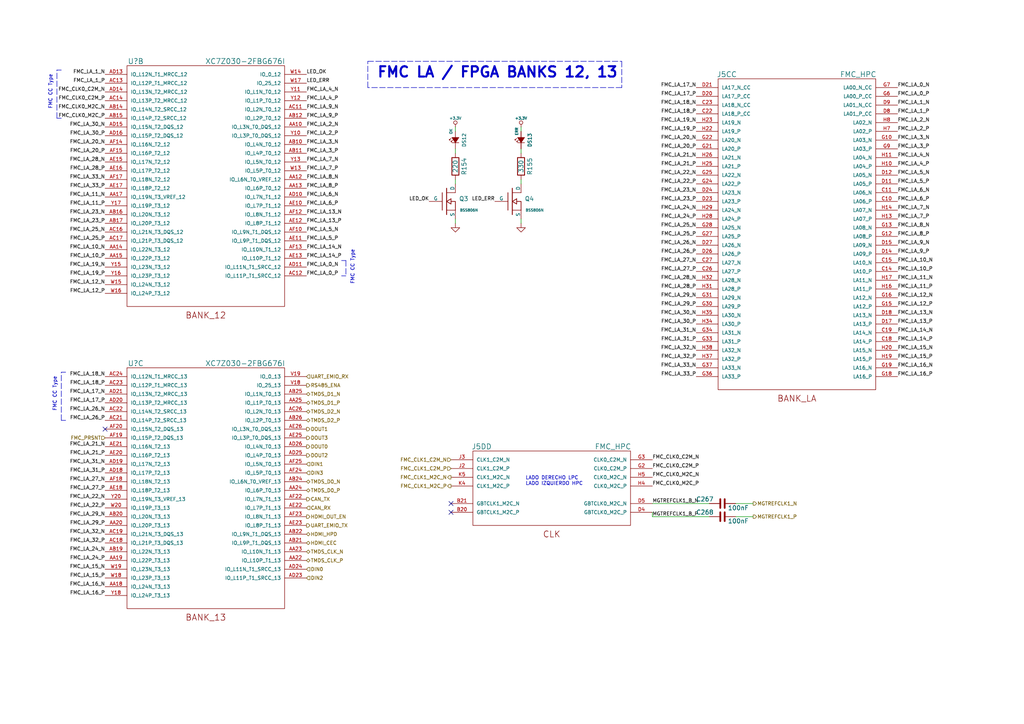
<source format=kicad_sch>
(kicad_sch (version 20250114) (generator "eeschema") (generator_version "9.0")
  (paper "A4")
  (title_block (title "CIAA-ACC FMC LA / FPGA BANKS 12, 13") (date "2019-08-28") (rev "V1.4") (company "COMPUTADORA INDUSTRIAL ABIERTA ARGENTINA. CIAA-ACC (HPC)") (comment 1 "Authors: See 'doc/CHANGES.txt' file.      License: See 'doc/LICENCIA_CIAA_ACC.txt' file."))
  (lib_symbols
    (symbol "CIAA_ACC:+3.3V" (power) (pin_names (offset 1.016))
      (property "Value" "+3.3V" (at 0 2.286 0))
      (symbol "+3.3V_0_0"
        (pin power_in line (at 0 0 90) (length 0) (hide yes) (name "+3.3V") (number "1"))
      )
    )
    (symbol "CIAA_ACC:C" (pin_numbers (hide yes)) (pin_names (offset 0.254))
      (property "Reference" "C" (at 0.635 2.54 0))
      (property "Value" "C" (at 0.635 -2.54 0))
      (symbol "C_1_1"
        (pin passive line (at 0 3.81 270) (length 2.794) (name "~") (number "1"))
        (pin passive line (at 0 -3.81 90) (length 2.794) (name "~") (number "2"))
      )
    )
    (symbol "CIAA_ACC:GND" (power) (pin_names (offset 0))
      (property "Value" "GND" (at 0 -3.81 0))
      (symbol "GND_1_1"
        (pin power_in line (at 0 0 270) (length 0) (hide yes) (name "GND") (number "1"))
      )
    )
    (symbol "CIAA_ACC:LED" (pin_numbers (hide yes)) (pin_names (offset 0.254) (hide yes))
      (property "Reference" "DS" (at -1.27 3.175 0))
      (property "Value" "LED" (at -1.27 -2.54 0))
      (symbol "LED_1_1"
        (pin passive line (at -2.54 0 0) (length 1.778) (name "K") (number "2"))
        (pin passive line (at 2.54 0 180) (length 1.778) (name "A") (number "1"))
      )
    )
    (symbol "CIAA_ACC:MOSFET_N" (pin_numbers (hide yes)) (pin_names (offset 0))
      (property "Reference" "Q" (at 0.254 4.318 0))
      (property "Value" "MOSFET_N" (at 0.254 -3.81 0))
      (symbol "MOSFET_N_1_1"
        (pin passive line (at -5.08 0 0) (length 3.81) (name "G") (number "1"))
        (pin passive line (at 2.54 5.08 270) (length 2.54) (name "D") (number "3"))
        (pin passive line (at 2.54 -5.08 90) (length 2.54) (name "S") (number "2"))
      )
    )
    (symbol "CIAA_ACC:R" (pin_numbers (hide yes)) (pin_names (offset 0))
      (property "Reference" "R" (at 2.032 0 90))
      (property "Value" "R" (at 0 0 90))
      (symbol "R_1_1"
        (pin passive line (at 0 3.81 270) (length 1.27) (name "~") (number "1"))
        (pin passive line (at 0 -3.81 90) (length 1.27) (name "~") (number "2"))
      )
    )
    (symbol "FMC_HPC:FMC_HPC" (pin_names (offset 1.016))
      (property "Reference" "J" (at 0 2.54 0))
      (property "Value" "FMC_HPC" (at 0 0 0))
      (symbol "FMC_HPC_1_0"
        (text "BANK_HA" (at 0 -33.02 0) (effects (font (size 1.778 1.778))))
      )
      (symbol "FMC_HPC_1_1"
        (pin passive line (at -29.21 31.75 0) (length 6.35) (name "HA12_N") (number "F14"))
        (pin passive line (at -29.21 29.21 0) (length 6.35) (name "HA12_P") (number "F13"))
        (pin passive line (at -29.21 26.67 0) (length 6.35) (name "HA13_N") (number "E13"))
        (pin passive line (at -29.21 24.13 0) (length 6.35) (name "HA13_P") (number "E12"))
        (pin passive line (at -29.21 21.59 0) (length 6.35) (name "HA14_N") (number "J16"))
        (pin passive line (at -29.21 19.05 0) (length 6.35) (name "HA14_P") (number "J15"))
        (pin passive line (at -29.21 16.51 0) (length 6.35) (name "HA15_N") (number "F17"))
        (pin passive line (at -29.21 13.97 0) (length 6.35) (name "HA15_P") (number "F16"))
        (pin passive line (at -29.21 11.43 0) (length 6.35) (name "HA16_N") (number "E16"))
        (pin passive line (at -29.21 8.89 0) (length 6.35) (name "HA16_P") (number "E15"))
        (pin passive line (at -29.21 6.35 0) (length 6.35) (name "HA17_N_CC") (number "K17"))
        (pin passive line (at -29.21 3.81 0) (length 6.35) (name "HA17_P_CC") (number "K16"))
        (pin passive line (at -29.21 1.27 0) (length 6.35) (name "HA18_N") (number "J19"))
        (pin passive line (at -29.21 -1.27 0) (length 6.35) (name "HA18_P") (number "J18"))
        (pin passive line (at -29.21 -3.81 0) (length 6.35) (name "HA19_N") (number "F20"))
        (pin passive line (at -29.21 -6.35 0) (length 6.35) (name "HA19_P") (number "F19"))
        (pin passive line (at -29.21 -8.89 0) (length 6.35) (name "HA20_N") (number "E19"))
        (pin passive line (at -29.21 -11.43 0) (length 6.35) (name "HA20_P") (number "E18"))
        (pin passive line (at -29.21 -13.97 0) (length 6.35) (name "HA21_N") (number "K20"))
        (pin passive line (at -29.21 -16.51 0) (length 6.35) (name "HA21_P") (number "K19"))
        (pin passive line (at -29.21 -19.05 0) (length 6.35) (name "HA22_N") (number "J22"))
        (pin passive line (at -29.21 -21.59 0) (length 6.35) (name "HA22_P") (number "J21"))
        (pin passive line (at -29.21 -24.13 0) (length 6.35) (name "HA23_N") (number "K23"))
        (pin passive line (at -29.21 -26.67 0) (length 6.35) (name "HA23_P") (number "K22"))
        (pin passive line (at 29.21 31.75 180) (length 6.35) (name "HA00_N_CC") (number "F5"))
        (pin passive line (at 29.21 29.21 180) (length 6.35) (name "HA00_P_CC") (number "F4"))
        (pin passive line (at 29.21 26.67 180) (length 6.35) (name "HA01_N_CC") (number "E3"))
        (pin passive line (at 29.21 24.13 180) (length 6.35) (name "HA01_P_CC") (number "E2"))
        (pin passive line (at 29.21 21.59 180) (length 6.35) (name "HA02_N") (number "K8"))
        (pin passive line (at 29.21 19.05 180) (length 6.35) (name "HA02_P") (number "K7"))
        (pin passive line (at 29.21 16.51 180) (length 6.35) (name "HA03_N") (number "J7"))
        (pin passive line (at 29.21 13.97 180) (length 6.35) (name "HA03_P") (number "J6"))
        (pin passive line (at 29.21 11.43 180) (length 6.35) (name "HA04_N") (number "F8"))
        (pin passive line (at 29.21 8.89 180) (length 6.35) (name "HA04_P") (number "F7"))
        (pin passive line (at 29.21 6.35 180) (length 6.35) (name "HA05_N") (number "E7"))
        (pin passive line (at 29.21 3.81 180) (length 6.35) (name "HA05_P") (number "E6"))
        (pin passive line (at 29.21 1.27 180) (length 6.35) (name "HA06_N") (number "K11"))
        (pin passive line (at 29.21 -1.27 180) (length 6.35) (name "HA06_P") (number "K10"))
        (pin passive line (at 29.21 -3.81 180) (length 6.35) (name "HA07_N") (number "J10"))
        (pin passive line (at 29.21 -6.35 180) (length 6.35) (name "HA07_P") (number "J9"))
        (pin passive line (at 29.21 -8.89 180) (length 6.35) (name "HA08_N") (number "F11"))
        (pin passive line (at 29.21 -11.43 180) (length 6.35) (name "HA08_P") (number "F10"))
        (pin passive line (at 29.21 -13.97 180) (length 6.35) (name "HA09_N") (number "E10"))
        (pin passive line (at 29.21 -16.51 180) (length 6.35) (name "HA09_P") (number "E9"))
        (pin passive line (at 29.21 -19.05 180) (length 6.35) (name "HA10_N") (number "K14"))
        (pin passive line (at 29.21 -21.59 180) (length 6.35) (name "HA10_P") (number "K13"))
        (pin passive line (at 29.21 -24.13 180) (length 6.35) (name "HA11_N") (number "J13"))
        (pin passive line (at 29.21 -26.67 180) (length 6.35) (name "HA11_P") (number "J12"))
      )
      (symbol "FMC_HPC_2_0"
        (text "BANK_HB" (at 0 -30.48 0) (effects (font (size 1.778 1.778))))
      )
      (symbol "FMC_HPC_2_1"
        (pin passive line (at -29.21 29.21 0) (length 6.35) (name "HB11_N") (number "J31"))
        (pin passive line (at -29.21 26.67 0) (length 6.35) (name "HB11_P") (number "J30"))
        (pin passive line (at -29.21 24.13 0) (length 6.35) (name "HB12_N") (number "F32"))
        (pin passive line (at -29.21 21.59 0) (length 6.35) (name "HB12_P") (number "F31"))
        (pin passive line (at -29.21 19.05 0) (length 6.35) (name "HB13_N") (number "E31"))
        (pin passive line (at -29.21 16.51 0) (length 6.35) (name "HB13_P") (number "E30"))
        (pin passive line (at -29.21 13.97 0) (length 6.35) (name "HB14_N") (number "K35"))
        (pin passive line (at -29.21 11.43 0) (length 6.35) (name "HB14_P") (number "K34"))
        (pin passive line (at -29.21 8.89 0) (length 6.35) (name "HB15_N") (number "J34"))
        (pin passive line (at -29.21 6.35 0) (length 6.35) (name "HB15_P") (number "J33"))
        (pin passive line (at -29.21 3.81 0) (length 6.35) (name "HB16_N") (number "F35"))
        (pin passive line (at -29.21 1.27 0) (length 6.35) (name "HB16_P") (number "F34"))
        (pin passive line (at -29.21 -1.27 0) (length 6.35) (name "HB17_N_CC") (number "K38"))
        (pin passive line (at -29.21 -3.81 0) (length 6.35) (name "HB17_P_CC") (number "K37"))
        (pin passive line (at -29.21 -6.35 0) (length 6.35) (name "HB18_N") (number "J37"))
        (pin passive line (at -29.21 -8.89 0) (length 6.35) (name "HB18_P") (number "J36"))
        (pin passive line (at -29.21 -11.43 0) (length 6.35) (name "HB19_N") (number "E34"))
        (pin passive line (at -29.21 -13.97 0) (length 6.35) (name "HB19_P") (number "E33"))
        (pin passive line (at -29.21 -16.51 0) (length 6.35) (name "HB20_N") (number "F38"))
        (pin passive line (at -29.21 -19.05 0) (length 6.35) (name "HB20_P") (number "F37"))
        (pin passive line (at -29.21 -21.59 0) (length 6.35) (name "HB21_N") (number "E37"))
        (pin passive line (at -29.21 -24.13 0) (length 6.35) (name "HB21_P") (number "E36"))
        (pin passive line (at 29.21 29.21 180) (length 6.35) (name "HB00_N_CC") (number "K26"))
        (pin passive line (at 29.21 26.67 180) (length 6.35) (name "HB00_P_CC") (number "K25"))
        (pin passive line (at 29.21 24.13 180) (length 6.35) (name "HB01_N") (number "J25"))
        (pin passive line (at 29.21 21.59 180) (length 6.35) (name "HB01_P") (number "J24"))
        (pin passive line (at 29.21 19.05 180) (length 6.35) (name "HB02_N") (number "F23"))
        (pin passive line (at 29.21 16.51 180) (length 6.35) (name "HB02_P") (number "F22"))
        (pin passive line (at 29.21 13.97 180) (length 6.35) (name "HB03_N") (number "E22"))
        (pin passive line (at 29.21 11.43 180) (length 6.35) (name "HB03_P") (number "E21"))
        (pin passive line (at 29.21 8.89 180) (length 6.35) (name "HB04_N") (number "F26"))
        (pin passive line (at 29.21 6.35 180) (length 6.35) (name "HB04_P") (number "F25"))
        (pin passive line (at 29.21 3.81 180) (length 6.35) (name "HB05_N") (number "E25"))
        (pin passive line (at 29.21 1.27 180) (length 6.35) (name "HB05_P") (number "E24"))
        (pin passive line (at 29.21 -1.27 180) (length 6.35) (name "HB06_N_CC") (number "K29"))
        (pin passive line (at 29.21 -3.81 180) (length 6.35) (name "HB06_P_CC") (number "K28"))
        (pin passive line (at 29.21 -6.35 180) (length 6.35) (name "HB07_N") (number "J28"))
        (pin passive line (at 29.21 -8.89 180) (length 6.35) (name "HB07_P") (number "J27"))
        (pin passive line (at 29.21 -11.43 180) (length 6.35) (name "HB08_N") (number "F29"))
        (pin passive line (at 29.21 -13.97 180) (length 6.35) (name "HB08_P") (number "F28"))
        (pin passive line (at 29.21 -16.51 180) (length 6.35) (name "HB09_N") (number "E28"))
        (pin passive line (at 29.21 -19.05 180) (length 6.35) (name "HB09_P") (number "E27"))
        (pin passive line (at 29.21 -21.59 180) (length 6.35) (name "HB10_N") (number "K32"))
        (pin passive line (at 29.21 -24.13 180) (length 6.35) (name "HB10_P") (number "K31"))
      )
      (symbol "FMC_HPC_3_0"
        (text "BANK_LA" (at 0 -45.72 0) (effects (font (size 1.778 1.778))))
      )
      (symbol "FMC_HPC_3_1"
        (pin passive line (at -29.21 44.45 0) (length 6.35) (name "LA17_N_CC") (number "D21"))
        (pin passive line (at -29.21 41.91 0) (length 6.35) (name "LA17_P_CC") (number "D20"))
        (pin passive line (at -29.21 39.37 0) (length 6.35) (name "LA18_N_CC") (number "C23"))
        (pin passive line (at -29.21 36.83 0) (length 6.35) (name "LA18_P_CC") (number "C22"))
        (pin passive line (at -29.21 34.29 0) (length 6.35) (name "LA19_N") (number "H23"))
        (pin passive line (at -29.21 31.75 0) (length 6.35) (name "LA19_P") (number "H22"))
        (pin passive line (at -29.21 29.21 0) (length 6.35) (name "LA20_N") (number "G22"))
        (pin passive line (at -29.21 26.67 0) (length 6.35) (name "LA20_P") (number "G21"))
        (pin passive line (at -29.21 24.13 0) (length 6.35) (name "LA21_N") (number "H26"))
        (pin passive line (at -29.21 21.59 0) (length 6.35) (name "LA21_P") (number "H25"))
        (pin passive line (at -29.21 19.05 0) (length 6.35) (name "LA22_N") (number "G25"))
        (pin passive line (at -29.21 16.51 0) (length 6.35) (name "LA22_P") (number "G24"))
        (pin passive line (at -29.21 13.97 0) (length 6.35) (name "LA23_N") (number "D24"))
        (pin passive line (at -29.21 11.43 0) (length 6.35) (name "LA23_P") (number "D23"))
        (pin passive line (at -29.21 8.89 0) (length 6.35) (name "LA24_N") (number "H29"))
        (pin passive line (at -29.21 6.35 0) (length 6.35) (name "LA24_P") (number "H28"))
        (pin passive line (at -29.21 3.81 0) (length 6.35) (name "LA25_N") (number "G28"))
        (pin passive line (at -29.21 1.27 0) (length 6.35) (name "LA25_P") (number "G27"))
        (pin passive line (at -29.21 -1.27 0) (length 6.35) (name "LA26_N") (number "D27"))
        (pin passive line (at -29.21 -3.81 0) (length 6.35) (name "LA26_P") (number "D26"))
        (pin passive line (at -29.21 -6.35 0) (length 6.35) (name "LA27_N") (number "C27"))
        (pin passive line (at -29.21 -8.89 0) (length 6.35) (name "LA27_P") (number "C26"))
        (pin passive line (at -29.21 -11.43 0) (length 6.35) (name "LA28_N") (number "H32"))
        (pin passive line (at -29.21 -13.97 0) (length 6.35) (name "LA28_P") (number "H31"))
        (pin passive line (at -29.21 -16.51 0) (length 6.35) (name "LA29_N") (number "G31"))
        (pin passive line (at -29.21 -19.05 0) (length 6.35) (name "LA29_P") (number "G30"))
        (pin passive line (at -29.21 -21.59 0) (length 6.35) (name "LA30_N") (number "H35"))
        (pin passive line (at -29.21 -24.13 0) (length 6.35) (name "LA30_P") (number "H34"))
        (pin passive line (at -29.21 -26.67 0) (length 6.35) (name "LA31_N") (number "G34"))
        (pin passive line (at -29.21 -29.21 0) (length 6.35) (name "LA31_P") (number "G33"))
        (pin passive line (at -29.21 -31.75 0) (length 6.35) (name "LA32_N") (number "H38"))
        (pin passive line (at -29.21 -34.29 0) (length 6.35) (name "LA32_P") (number "H37"))
        (pin passive line (at -29.21 -36.83 0) (length 6.35) (name "LA33_N") (number "G37"))
        (pin passive line (at -29.21 -39.37 0) (length 6.35) (name "LA33_P") (number "G36"))
        (pin passive line (at 29.21 44.45 180) (length 6.35) (name "LA00_N_CC") (number "G7"))
        (pin passive line (at 29.21 41.91 180) (length 6.35) (name "LA00_P_CC") (number "G6"))
        (pin passive line (at 29.21 39.37 180) (length 6.35) (name "LA01_N_CC") (number "D9"))
        (pin passive line (at 29.21 36.83 180) (length 6.35) (name "LA01_P_CC") (number "D8"))
        (pin passive line (at 29.21 34.29 180) (length 6.35) (name "LA02_N") (number "H8"))
        (pin passive line (at 29.21 31.75 180) (length 6.35) (name "LA02_P") (number "H7"))
        (pin passive line (at 29.21 29.21 180) (length 6.35) (name "LA03_N") (number "G10"))
        (pin passive line (at 29.21 26.67 180) (length 6.35) (name "LA03_P") (number "G9"))
        (pin passive line (at 29.21 24.13 180) (length 6.35) (name "LA04_N") (number "H11"))
        (pin passive line (at 29.21 21.59 180) (length 6.35) (name "LA04_P") (number "H10"))
        (pin passive line (at 29.21 19.05 180) (length 6.35) (name "LA05_N") (number "D12"))
        (pin passive line (at 29.21 16.51 180) (length 6.35) (name "LA05_P") (number "D11"))
        (pin passive line (at 29.21 13.97 180) (length 6.35) (name "LA06_N") (number "C11"))
        (pin passive line (at 29.21 11.43 180) (length 6.35) (name "LA06_P") (number "C10"))
        (pin passive line (at 29.21 8.89 180) (length 6.35) (name "LA07_N") (number "H14"))
        (pin passive line (at 29.21 6.35 180) (length 6.35) (name "LA07_P") (number "H13"))
        (pin passive line (at 29.21 3.81 180) (length 6.35) (name "LA08_N") (number "G13"))
        (pin passive line (at 29.21 1.27 180) (length 6.35) (name "LA08_P") (number "G12"))
        (pin passive line (at 29.21 -1.27 180) (length 6.35) (name "LA09_N") (number "D15"))
        (pin passive line (at 29.21 -3.81 180) (length 6.35) (name "LA09_P") (number "D14"))
        (pin passive line (at 29.21 -6.35 180) (length 6.35) (name "LA10_N") (number "C15"))
        (pin passive line (at 29.21 -8.89 180) (length 6.35) (name "LA10_P") (number "C14"))
        (pin passive line (at 29.21 -11.43 180) (length 6.35) (name "LA11_N") (number "H17"))
        (pin passive line (at 29.21 -13.97 180) (length 6.35) (name "LA11_P") (number "H16"))
        (pin passive line (at 29.21 -16.51 180) (length 6.35) (name "LA12_N") (number "G16"))
        (pin passive line (at 29.21 -19.05 180) (length 6.35) (name "LA12_P") (number "G15"))
        (pin passive line (at 29.21 -21.59 180) (length 6.35) (name "LA13_N") (number "D18"))
        (pin passive line (at 29.21 -24.13 180) (length 6.35) (name "LA13_P") (number "D17"))
        (pin passive line (at 29.21 -26.67 180) (length 6.35) (name "LA14_N") (number "C19"))
        (pin passive line (at 29.21 -29.21 180) (length 6.35) (name "LA14_P") (number "C18"))
        (pin passive line (at 29.21 -31.75 180) (length 6.35) (name "LA15_N") (number "H20"))
        (pin passive line (at 29.21 -34.29 180) (length 6.35) (name "LA15_P") (number "H19"))
        (pin passive line (at 29.21 -36.83 180) (length 6.35) (name "LA16_N") (number "G19"))
        (pin passive line (at 29.21 -39.37 180) (length 6.35) (name "LA16_P") (number "G18"))
      )
      (symbol "FMC_HPC_4_0"
        (text "CLK" (at 0 -12.7 0) (effects (font (size 1.778 1.778))))
      )
      (symbol "FMC_HPC_4_1"
        (pin passive line (at -29.21 8.89 0) (length 6.35) (name "CLK1_C2M_N") (number "J3"))
        (pin passive line (at -29.21 6.35 0) (length 6.35) (name "CLK1_C2M_P") (number "J2"))
        (pin passive line (at -29.21 3.81 0) (length 6.35) (name "CLK1_M2C_N") (number "K5"))
        (pin passive line (at -29.21 1.27 0) (length 6.35) (name "CLK1_M2C_P") (number "K4"))
        (pin passive line (at -29.21 -3.81 0) (length 6.35) (name "GBTCLK1_M2C_N") (number "B21"))
        (pin passive line (at -29.21 -6.35 0) (length 6.35) (name "GBTCLK1_M2C_P") (number "B20"))
        (pin passive line (at 29.21 8.89 180) (length 6.35) (name "CLK0_C2M_N") (number "G3"))
        (pin passive line (at 29.21 6.35 180) (length 6.35) (name "CLK0_C2M_P") (number "G2"))
        (pin passive line (at 29.21 3.81 180) (length 6.35) (name "CLK0_M2C_N") (number "H5"))
        (pin passive line (at 29.21 1.27 180) (length 6.35) (name "CLK0_M2C_P") (number "H4"))
        (pin passive line (at 29.21 -3.81 180) (length 6.35) (name "GBTCLK0_M2C_N") (number "D5"))
        (pin passive line (at 29.21 -6.35 180) (length 6.35) (name "GBTCLK0_M2C_P") (number "D4"))
      )
      (symbol "FMC_HPC_5_0"
        (text "GND" (at 0 -105.41 0) (effects (font (size 1.778 1.778))))
      )
      (symbol "FMC_HPC_5_1"
        (pin passive line (at -29.21 101.6 0) (length 6.35) (name "GND") (number "A1"))
        (pin passive line (at -29.21 99.06 0) (length 6.35) (name "GND") (number "A4"))
        (pin passive line (at -29.21 96.52 0) (length 6.35) (name "GND") (number "A5"))
        (pin passive line (at -29.21 93.98 0) (length 6.35) (name "GND") (number "A8"))
        (pin passive line (at -29.21 91.44 0) (length 6.35) (name "GND") (number "A9"))
        (pin passive line (at -29.21 88.9 0) (length 6.35) (name "GND") (number "A12"))
        (pin passive line (at -29.21 86.36 0) (length 6.35) (name "GND") (number "A13"))
        (pin passive line (at -29.21 83.82 0) (length 6.35) (name "GND") (number "A16"))
        (pin passive line (at -29.21 81.28 0) (length 6.35) (name "GND") (number "A17"))
        (pin passive line (at -29.21 78.74 0) (length 6.35) (name "GND") (number "A20"))
        (pin passive line (at -29.21 76.2 0) (length 6.35) (name "GND") (number "A21"))
        (pin passive line (at -29.21 73.66 0) (length 6.35) (name "GND") (number "A24"))
        (pin passive line (at -29.21 71.12 0) (length 6.35) (name "GND") (number "A25"))
        (pin passive line (at -29.21 68.58 0) (length 6.35) (name "GND") (number "A28"))
        (pin passive line (at -29.21 66.04 0) (length 6.35) (name "GND") (number "A29"))
        (pin passive line (at -29.21 63.5 0) (length 6.35) (name "GND") (number "A32"))
        (pin passive line (at -29.21 60.96 0) (length 6.35) (name "GND") (number "A33"))
        (pin passive line (at -29.21 58.42 0) (length 6.35) (name "GND") (number "A36"))
        (pin passive line (at -29.21 55.88 0) (length 6.35) (name "GND") (number "A37"))
        (pin passive line (at -29.21 53.34 0) (length 6.35) (name "GND") (number "A40"))
        (pin passive line (at -29.21 50.8 0) (length 6.35) (name "GND") (number "B2"))
        (pin passive line (at -29.21 48.26 0) (length 6.35) (name "GND") (number "B3"))
        (pin passive line (at -29.21 45.72 0) (length 6.35) (name "GND") (number "B6"))
        (pin passive line (at -29.21 43.18 0) (length 6.35) (name "GND") (number "B7"))
        (pin passive line (at -29.21 40.64 0) (length 6.35) (name "GND") (number "B10"))
        (pin passive line (at -29.21 38.1 0) (length 6.35) (name "GND") (number "B11"))
        (pin passive line (at -29.21 35.56 0) (length 6.35) (name "GND") (number "B14"))
        (pin passive line (at -29.21 33.02 0) (length 6.35) (name "GND") (number "B15"))
        (pin passive line (at -29.21 30.48 0) (length 6.35) (name "GND") (number "B18"))
        (pin passive line (at -29.21 27.94 0) (length 6.35) (name "GND") (number "B19"))
        (pin passive line (at -29.21 25.4 0) (length 6.35) (name "GND") (number "B22"))
        (pin passive line (at -29.21 22.86 0) (length 6.35) (name "GND") (number "B23"))
        (pin passive line (at -29.21 20.32 0) (length 6.35) (name "GND") (number "B26"))
        (pin passive line (at -29.21 17.78 0) (length 6.35) (name "GND") (number "B27"))
        (pin passive line (at -29.21 15.24 0) (length 6.35) (name "GND") (number "B30"))
        (pin passive line (at -29.21 12.7 0) (length 6.35) (name "GND") (number "B31"))
        (pin passive line (at -29.21 10.16 0) (length 6.35) (name "GND") (number "B34"))
        (pin passive line (at -29.21 7.62 0) (length 6.35) (name "GND") (number "B35"))
        (pin passive line (at -29.21 5.08 0) (length 6.35) (name "GND") (number "B38"))
        (pin passive line (at -29.21 2.54 0) (length 6.35) (name "GND") (number "B39"))
        (pin passive line (at -29.21 0 0) (length 6.35) (name "GND") (number "C1"))
        (pin passive line (at -29.21 -2.54 0) (length 6.35) (name "GND") (number "C4"))
        (pin passive line (at -29.21 -5.08 0) (length 6.35) (name "GND") (number "C5"))
        (pin passive line (at -29.21 -7.62 0) (length 6.35) (name "GND") (number "C8"))
        (pin passive line (at -29.21 -10.16 0) (length 6.35) (name "GND") (number "C9"))
        (pin passive line (at -29.21 -12.7 0) (length 6.35) (name "GND") (number "C12"))
        (pin passive line (at -29.21 -15.24 0) (length 6.35) (name "GND") (number "C13"))
        (pin passive line (at -29.21 -17.78 0) (length 6.35) (name "GND") (number "C16"))
        (pin passive line (at -29.21 -20.32 0) (length 6.35) (name "GND") (number "C17"))
        (pin passive line (at -29.21 -22.86 0) (length 6.35) (name "GND") (number "C20"))
        (pin passive line (at -29.21 -25.4 0) (length 6.35) (name "GND") (number "C21"))
        (pin passive line (at -29.21 -27.94 0) (length 6.35) (name "GND") (number "C24"))
        (pin passive line (at -29.21 -30.48 0) (length 6.35) (name "GND") (number "C25"))
        (pin passive line (at -29.21 -33.02 0) (length 6.35) (name "GND") (number "C28"))
        (pin passive line (at -29.21 -35.56 0) (length 6.35) (name "GND") (number "C29"))
        (pin passive line (at -29.21 -38.1 0) (length 6.35) (name "GND") (number "C32"))
        (pin passive line (at -29.21 -40.64 0) (length 6.35) (name "GND") (number "C33"))
        (pin passive line (at -29.21 -43.18 0) (length 6.35) (name "GND") (number "C36"))
        (pin passive line (at -29.21 -45.72 0) (length 6.35) (name "GND") (number "C38"))
        (pin passive line (at -29.21 -48.26 0) (length 6.35) (name "GND") (number "C40"))
        (pin passive line (at -29.21 -50.8 0) (length 6.35) (name "GND") (number "D2"))
        (pin passive line (at -29.21 -53.34 0) (length 6.35) (name "GND") (number "D3"))
        (pin passive line (at -29.21 -55.88 0) (length 6.35) (name "GND") (number "D6"))
        (pin passive line (at -29.21 -58.42 0) (length 6.35) (name "GND") (number "D7"))
        (pin passive line (at -29.21 -60.96 0) (length 6.35) (name "GND") (number "D10"))
        (pin passive line (at -29.21 -63.5 0) (length 6.35) (name "GND") (number "D13"))
        (pin passive line (at -29.21 -66.04 0) (length 6.35) (name "GND") (number "D16"))
        (pin passive line (at -29.21 -68.58 0) (length 6.35) (name "GND") (number "D19"))
        (pin passive line (at -29.21 -71.12 0) (length 6.35) (name "GND") (number "D22"))
        (pin passive line (at -29.21 -73.66 0) (length 6.35) (name "GND") (number "D25"))
        (pin passive line (at -29.21 -76.2 0) (length 6.35) (name "GND") (number "D28"))
        (pin passive line (at -29.21 -78.74 0) (length 6.35) (name "GND") (number "D37"))
        (pin passive line (at -29.21 -81.28 0) (length 6.35) (name "GND") (number "D39"))
        (pin passive line (at -29.21 -83.82 0) (length 6.35) (name "GND") (number "E26"))
        (pin passive line (at -29.21 -86.36 0) (length 6.35) (name "GND") (number "E29"))
        (pin passive line (at -29.21 -88.9 0) (length 6.35) (name "GND") (number "E32"))
        (pin passive line (at -29.21 -91.44 0) (length 6.35) (name "GND") (number "E35"))
        (pin passive line (at -29.21 -93.98 0) (length 6.35) (name "GND") (number "E38"))
        (pin passive line (at -29.21 -96.52 0) (length 6.35) (name "GND") (number "E40"))
        (pin passive line (at 29.21 101.6 180) (length 6.35) (name "GND") (number "E1"))
        (pin passive line (at 29.21 99.06 180) (length 6.35) (name "GND") (number "E4"))
        (pin passive line (at 29.21 96.52 180) (length 6.35) (name "GND") (number "E5"))
        (pin passive line (at 29.21 93.98 180) (length 6.35) (name "GND") (number "E8"))
        (pin passive line (at 29.21 91.44 180) (length 6.35) (name "GND") (number "E11"))
        (pin passive line (at 29.21 88.9 180) (length 6.35) (name "GND") (number "E14"))
        (pin passive line (at 29.21 86.36 180) (length 6.35) (name "GND") (number "E17"))
        (pin passive line (at 29.21 83.82 180) (length 6.35) (name "GND") (number "E20"))
        (pin passive line (at 29.21 81.28 180) (length 6.35) (name "GND") (number "E23"))
        (pin passive line (at 29.21 78.74 180) (length 6.35) (name "GND") (number "F2"))
        (pin passive line (at 29.21 76.2 180) (length 6.35) (name "GND") (number "F3"))
        (pin passive line (at 29.21 73.66 180) (length 6.35) (name "GND") (number "F6"))
        (pin passive line (at 29.21 71.12 180) (length 6.35) (name "GND") (number "F9"))
        (pin passive line (at 29.21 68.58 180) (length 6.35) (name "GND") (number "F12"))
        (pin passive line (at 29.21 66.04 180) (length 6.35) (name "GND") (number "F15"))
        (pin passive line (at 29.21 63.5 180) (length 6.35) (name "GND") (number "F18"))
        (pin passive line (at 29.21 60.96 180) (length 6.35) (name "GND") (number "F21"))
        (pin passive line (at 29.21 58.42 180) (length 6.35) (name "GND") (number "F24"))
        (pin passive line (at 29.21 55.88 180) (length 6.35) (name "GND") (number "F27"))
        (pin passive line (at 29.21 53.34 180) (length 6.35) (name "GND") (number "F30"))
        (pin passive line (at 29.21 50.8 180) (length 6.35) (name "GND") (number "F33"))
        (pin passive line (at 29.21 48.26 180) (length 6.35) (name "GND") (number "F36"))
        (pin passive line (at 29.21 45.72 180) (length 6.35) (name "GND") (number "F39"))
        (pin passive line (at 29.21 43.18 180) (length 6.35) (name "GND") (number "G1"))
        (pin passive line (at 29.21 40.64 180) (length 6.35) (name "GND") (number "G4"))
        (pin passive line (at 29.21 38.1 180) (length 6.35) (name "GND") (number "G5"))
        (pin passive line (at 29.21 35.56 180) (length 6.35) (name "GND") (number "G8"))
        (pin passive line (at 29.21 33.02 180) (length 6.35) (name "GND") (number "G11"))
        (pin passive line (at 29.21 30.48 180) (length 6.35) (name "GND") (number "G14"))
        (pin passive line (at 29.21 27.94 180) (length 6.35) (name "GND") (number "G17"))
        (pin passive line (at 29.21 25.4 180) (length 6.35) (name "GND") (number "G20"))
        (pin passive line (at 29.21 22.86 180) (length 6.35) (name "GND") (number "G23"))
        (pin passive line (at 29.21 20.32 180) (length 6.35) (name "GND") (number "G26"))
        (pin passive line (at 29.21 17.78 180) (length 6.35) (name "GND") (number "G29"))
        (pin passive line (at 29.21 15.24 180) (length 6.35) (name "GND") (number "G32"))
        (pin passive line (at 29.21 12.7 180) (length 6.35) (name "GND") (number "G35"))
        (pin passive line (at 29.21 10.16 180) (length 6.35) (name "GND") (number "G38"))
        (pin passive line (at 29.21 7.62 180) (length 6.35) (name "GND") (number "G40"))
        (pin passive line (at 29.21 5.08 180) (length 6.35) (name "GND") (number "H3"))
        (pin passive line (at 29.21 2.54 180) (length 6.35) (name "GND") (number "H6"))
        (pin passive line (at 29.21 0 180) (length 6.35) (name "GND") (number "H9"))
        (pin passive line (at 29.21 -2.54 180) (length 6.35) (name "GND") (number "H12"))
        (pin passive line (at 29.21 -5.08 180) (length 6.35) (name "GND") (number "H15"))
        (pin passive line (at 29.21 -7.62 180) (length 6.35) (name "GND") (number "H18"))
        (pin passive line (at 29.21 -10.16 180) (length 6.35) (name "GND") (number "H21"))
        (pin passive line (at 29.21 -12.7 180) (length 6.35) (name "GND") (number "H24"))
        (pin passive line (at 29.21 -15.24 180) (length 6.35) (name "GND") (number "H27"))
        (pin passive line (at 29.21 -17.78 180) (length 6.35) (name "GND") (number "H30"))
        (pin passive line (at 29.21 -20.32 180) (length 6.35) (name "GND") (number "H33"))
        (pin passive line (at 29.21 -22.86 180) (length 6.35) (name "GND") (number "H36"))
        (pin passive line (at 29.21 -25.4 180) (length 6.35) (name "GND") (number "H39"))
        (pin passive line (at 29.21 -27.94 180) (length 6.35) (name "GND") (number "J1"))
        (pin passive line (at 29.21 -30.48 180) (length 6.35) (name "GND") (number "J4"))
        (pin passive line (at 29.21 -33.02 180) (length 6.35) (name "GND") (number "J5"))
        (pin passive line (at 29.21 -35.56 180) (length 6.35) (name "GND") (number "J8"))
        (pin passive line (at 29.21 -38.1 180) (length 6.35) (name "GND") (number "J11"))
        (pin passive line (at 29.21 -40.64 180) (length 6.35) (name "GND") (number "J14"))
        (pin passive line (at 29.21 -43.18 180) (length 6.35) (name "GND") (number "J17"))
        (pin passive line (at 29.21 -45.72 180) (length 6.35) (name "GND") (number "J20"))
        (pin passive line (at 29.21 -48.26 180) (length 6.35) (name "GND") (number "J23"))
        (pin passive line (at 29.21 -50.8 180) (length 6.35) (name "GND") (number "J26"))
        (pin passive line (at 29.21 -53.34 180) (length 6.35) (name "GND") (number "J29"))
        (pin passive line (at 29.21 -55.88 180) (length 6.35) (name "GND") (number "J32"))
        (pin passive line (at 29.21 -58.42 180) (length 6.35) (name "GND") (number "J35"))
        (pin passive line (at 29.21 -60.96 180) (length 6.35) (name "GND") (number "J38"))
        (pin passive line (at 29.21 -63.5 180) (length 6.35) (name "GND") (number "J40"))
        (pin passive line (at 29.21 -66.04 180) (length 6.35) (name "GND") (number "K2"))
        (pin passive line (at 29.21 -68.58 180) (length 6.35) (name "GND") (number "K3"))
        (pin passive line (at 29.21 -71.12 180) (length 6.35) (name "GND") (number "K6"))
        (pin passive line (at 29.21 -73.66 180) (length 6.35) (name "GND") (number "K9"))
        (pin passive line (at 29.21 -76.2 180) (length 6.35) (name "GND") (number "K12"))
        (pin passive line (at 29.21 -78.74 180) (length 6.35) (name "GND") (number "K15"))
        (pin passive line (at 29.21 -81.28 180) (length 6.35) (name "GND") (number "K18"))
        (pin passive line (at 29.21 -83.82 180) (length 6.35) (name "GND") (number "K21"))
        (pin passive line (at 29.21 -86.36 180) (length 6.35) (name "GND") (number "K24"))
        (pin passive line (at 29.21 -88.9 180) (length 6.35) (name "GND") (number "K27"))
        (pin passive line (at 29.21 -91.44 180) (length 6.35) (name "GND") (number "K30"))
        (pin passive line (at 29.21 -93.98 180) (length 6.35) (name "GND") (number "K33"))
        (pin passive line (at 29.21 -96.52 180) (length 6.35) (name "GND") (number "K36"))
        (pin passive line (at 29.21 -99.06 180) (length 6.35) (name "GND") (number "K39"))
      )
      (symbol "FMC_HPC_6_0"
        (text "MGMT" (at 0 -21.59 0) (effects (font (size 1.778 1.778))))
      )
      (symbol "FMC_HPC_6_1"
        (pin passive line (at -29.21 10.16 0) (length 6.35) (name "GA0") (number "C34"))
        (pin passive line (at -29.21 7.62 0) (length 6.35) (name "GA1") (number "D35"))
        (pin passive line (at -29.21 5.08 0) (length 6.35) (name "SCL") (number "C30"))
        (pin passive line (at -29.21 2.54 0) (length 6.35) (name "SDA") (number "C31"))
        (pin passive line (at -29.21 -2.54 0) (length 6.35) (name "PRSNT_M2C_L") (number "H2"))
        (pin passive line (at 29.21 10.16 180) (length 6.35) (name "RES0") (number "B40"))
        (pin passive line (at 29.21 7.62 180) (length 6.35) (name "RES1") (number "B1"))
        (pin passive line (at 29.21 2.54 180) (length 6.35) (name "PG_C2M") (number "D1"))
        (pin passive line (at 29.21 0 180) (length 6.35) (name "PG_M2C") (number "F1"))
        (pin passive line (at 29.21 -5.08 180) (length 6.35) (name "TCK") (number "D29"))
        (pin passive line (at 29.21 -7.62 180) (length 6.35) (name "TDI") (number "D30"))
        (pin passive line (at 29.21 -10.16 180) (length 6.35) (name "TDO") (number "D31"))
        (pin passive line (at 29.21 -12.7 180) (length 6.35) (name "TMS") (number "D33"))
        (pin passive line (at 29.21 -15.24 180) (length 6.35) (name "TRST_L") (number "D34"))
      )
      (symbol "FMC_HPC_7_0"
        (text "PWR" (at 0 -19.05 0) (effects (font (size 1.778 1.778))))
      )
      (symbol "FMC_HPC_7_1"
        (pin passive line (at -29.21 10.16 0) (length 6.35) (name "3P3VAUX") (number "D32"))
        (pin passive line (at -29.21 5.08 0) (length 6.35) (name "12P0V") (number "C35"))
        (pin passive line (at -29.21 2.54 0) (length 6.35) (name "12P0V") (number "C37"))
        (pin passive line (at -29.21 -2.54 0) (length 6.35) (name "VIO_B_M2C") (number "J39"))
        (pin passive line (at -29.21 -5.08 0) (length 6.35) (name "VIO_B_M2C") (number "K40"))
        (pin passive line (at -29.21 -10.16 0) (length 6.35) (name "VREF_A_M2C") (number "H1"))
        (pin passive line (at -29.21 -12.7 0) (length 6.35) (name "VREF_B_M2C") (number "K1"))
        (pin passive line (at 29.21 10.16 180) (length 6.35) (name "3P3V") (number "C39"))
        (pin passive line (at 29.21 7.62 180) (length 6.35) (name "3P3V") (number "D36"))
        (pin passive line (at 29.21 5.08 180) (length 6.35) (name "3P3V") (number "D38"))
        (pin passive line (at 29.21 2.54 180) (length 6.35) (name "3P3V") (number "D40"))
        (pin passive line (at 29.21 -2.54 180) (length 6.35) (name "VADJ") (number "E39"))
        (pin passive line (at 29.21 -5.08 180) (length 6.35) (name "VADJ") (number "F40"))
        (pin passive line (at 29.21 -7.62 180) (length 6.35) (name "VADJ") (number "G39"))
        (pin passive line (at 29.21 -10.16 180) (length 6.35) (name "VADJ") (number "H40"))
      )
      (symbol "FMC_HPC_8_0"
        (text "TXRX" (at 0 -27.94 0) (effects (font (size 1.778 1.778))))
      )
      (symbol "FMC_HPC_8_1"
        (pin passive line (at -29.21 26.67 0) (length 6.35) (name "DP5_C2M_N") (number "A39"))
        (pin passive line (at -29.21 24.13 0) (length 6.35) (name "DP5_C2M_P") (number "A38"))
        (pin passive line (at -29.21 21.59 0) (length 6.35) (name "DP5_M2C_N") (number "A19"))
        (pin passive line (at -29.21 19.05 0) (length 6.35) (name "DP5_M2C_P") (number "A18"))
        (pin passive line (at -29.21 16.51 0) (length 6.35) (name "DP6_C2M_N") (number "B37"))
        (pin passive line (at -29.21 13.97 0) (length 6.35) (name "DP6_C2M_P") (number "B36"))
        (pin passive line (at -29.21 11.43 0) (length 6.35) (name "DP6_M2C_N") (number "B17"))
        (pin passive line (at -29.21 8.89 0) (length 6.35) (name "DP6_M2C_P") (number "B16"))
        (pin passive line (at -29.21 6.35 0) (length 6.35) (name "DP7_C2M_N") (number "B33"))
        (pin passive line (at -29.21 3.81 0) (length 6.35) (name "DP7_C2M_P") (number "B32"))
        (pin passive line (at -29.21 1.27 0) (length 6.35) (name "DP7_M2C_N") (number "B13"))
        (pin passive line (at -29.21 -1.27 0) (length 6.35) (name "DP7_M2C_P") (number "B12"))
        (pin passive line (at -29.21 -3.81 0) (length 6.35) (name "DP8_C2M_N") (number "B29"))
        (pin passive line (at -29.21 -6.35 0) (length 6.35) (name "DP8_C2M_P") (number "B28"))
        (pin passive line (at -29.21 -8.89 0) (length 6.35) (name "DP8_M2C_N") (number "B9"))
        (pin passive line (at -29.21 -11.43 0) (length 6.35) (name "DP8_M2C_P") (number "B8"))
        (pin passive line (at -29.21 -13.97 0) (length 6.35) (name "DP9_C2M_N") (number "B25"))
        (pin passive line (at -29.21 -16.51 0) (length 6.35) (name "DP9_C2M_P") (number "B24"))
        (pin passive line (at -29.21 -19.05 0) (length 6.35) (name "DP9_M2C_N") (number "B5"))
        (pin passive line (at -29.21 -21.59 0) (length 6.35) (name "DP9_M2C_P") (number "B4"))
        (pin passive line (at 29.21 26.67 180) (length 6.35) (name "DP0_C2M_N") (number "C3"))
        (pin passive line (at 29.21 24.13 180) (length 6.35) (name "DP0_C2M_P") (number "C2"))
        (pin passive line (at 29.21 21.59 180) (length 6.35) (name "DP0_M2C_N") (number "C7"))
        (pin passive line (at 29.21 19.05 180) (length 6.35) (name "DP0_M2C_P") (number "C6"))
        (pin passive line (at 29.21 16.51 180) (length 6.35) (name "DP1_C2M_N") (number "A23"))
        (pin passive line (at 29.21 13.97 180) (length 6.35) (name "DP1_C2M_P") (number "A22"))
        (pin passive line (at 29.21 11.43 180) (length 6.35) (name "DP1_M2C_N") (number "A3"))
        (pin passive line (at 29.21 8.89 180) (length 6.35) (name "DP1_M2C_P") (number "A2"))
        (pin passive line (at 29.21 6.35 180) (length 6.35) (name "DP2_C2M_N") (number "A27"))
        (pin passive line (at 29.21 3.81 180) (length 6.35) (name "DP2_C2M_P") (number "A26"))
        (pin passive line (at 29.21 1.27 180) (length 6.35) (name "DP2_M2C_N") (number "A7"))
        (pin passive line (at 29.21 -1.27 180) (length 6.35) (name "DP2_M2C_P") (number "A6"))
        (pin passive line (at 29.21 -3.81 180) (length 6.35) (name "DP3_C2M_N") (number "A31"))
        (pin passive line (at 29.21 -6.35 180) (length 6.35) (name "DP3_C2M_P") (number "A30"))
        (pin passive line (at 29.21 -8.89 180) (length 6.35) (name "DP3_M2C_N") (number "A11"))
        (pin passive line (at 29.21 -11.43 180) (length 6.35) (name "DP3_M2C_P") (number "A10"))
        (pin passive line (at 29.21 -13.97 180) (length 6.35) (name "DP4_C2M_N") (number "A35"))
        (pin passive line (at 29.21 -16.51 180) (length 6.35) (name "DP4_C2M_P") (number "A34"))
        (pin passive line (at 29.21 -19.05 180) (length 6.35) (name "DP4_M2C_N") (number "A15"))
        (pin passive line (at 29.21 -21.59 180) (length 6.35) (name "DP4_M2C_P") (number "A14"))
      )
    )
    (symbol "XC7Z030_FBG676:XC7Z030_FBG676" (pin_names (offset 1.016))
      (property "Reference" "U" (at 0 2.54 0))
      (property "Value" "XC7Z030_FBG676" (at 0 0 0))
      (symbol "XC7Z030_FBG676_1_0"
        (text "BANK_0" (at 0 -38.1 0) (effects (font (size 1.778 1.778))))
      )
      (symbol "XC7Z030_FBG676_1_1"
        (pin bidirectional line (at -29.21 13.97 0) (length 6.35) (name "INIT_B_0") (number "R8"))
        (pin input line (at -29.21 11.43 0) (length 6.35) (name "PROGRAM_B_0") (number "V9"))
        (pin input line (at 29.21 13.97 180) (length 6.35) (name "CFGBVS_0") (number "T7"))
        (pin bidirectional line (at 29.21 11.43 180) (length 6.35) (name "DONE_0") (number "W9"))
        (pin input line (at 29.21 8.89 180) (length 6.35) (name "DXN_0") (number "R13"))
        (pin input line (at 29.21 6.35 180) (length 6.35) (name "DXP_0") (number "R14"))
        (pin power_in line (at 29.21 3.81 180) (length 6.35) (name "GNDADC_0") (number "M13"))
        (pin power_in line (at 29.21 1.27 180) (length 6.35) (name "RSVDGND") (number "V13"))
        (pin power_in line (at 29.21 -1.27 180) (length 6.35) (name "RSVDVCC1") (number "W8"))
        (pin power_in line (at 29.21 -3.81 180) (length 6.35) (name "RSVDVCC2") (number "V8"))
        (pin power_in line (at 29.21 -6.35 180) (length 6.35) (name "RSVDVCC3") (number "U8"))
        (pin input line (at 29.21 -8.89 180) (length 6.35) (name "TCK_0") (number "W12"))
        (pin input line (at 29.21 -11.43 180) (length 6.35) (name "TDI_0") (number "V11"))
        (pin output line (at 29.21 -13.97 180) (length 6.35) (name "TDO_0") (number "W10"))
        (pin input line (at 29.21 -16.51 180) (length 6.35) (name "TMS_0") (number "W11"))
        (pin power_in line (at 29.21 -19.05 180) (length 6.35) (name "VCCADC_0") (number "M14"))
        (pin power_in line (at 29.21 -21.59 180) (length 6.35) (name "VCCBATT_0") (number "V15"))
        (pin input line (at 29.21 -24.13 180) (length 6.35) (name "VN_0") (number "P13"))
        (pin input line (at 29.21 -26.67 180) (length 6.35) (name "VP_0") (number "N14"))
        (pin input line (at 29.21 -29.21 180) (length 6.35) (name "VREFN_0") (number "N13"))
        (pin input line (at 29.21 -31.75 180) (length 6.35) (name "VREFP_0") (number "P14"))
      )
      (symbol "XC7Z030_FBG676_2_0"
        (text "BANK_12" (at 0 -36.83 0) (effects (font (size 1.778 1.778))))
      )
      (symbol "XC7Z030_FBG676_2_1"
        (pin bidirectional line (at -29.21 33.02 0) (length 6.35) (name "IO_L12N_T1_MRCC_12") (number "AD13"))
        (pin bidirectional line (at -29.21 30.48 0) (length 6.35) (name "IO_L12P_T1_MRCC_12") (number "AC13"))
        (pin bidirectional line (at -29.21 27.94 0) (length 6.35) (name "IO_L13N_T2_MRCC_12") (number "AD14"))
        (pin bidirectional line (at -29.21 25.4 0) (length 6.35) (name "IO_L13P_T2_MRCC_12") (number "AC14"))
        (pin bidirectional line (at -29.21 22.86 0) (length 6.35) (name "IO_L14N_T2_SRCC_12") (number "AB14"))
        (pin bidirectional line (at -29.21 20.32 0) (length 6.35) (name "IO_L14P_T2_SRCC_12") (number "AB15"))
        (pin bidirectional line (at -29.21 17.78 0) (length 6.35) (name "IO_L15N_T2_DQS_12") (number "AD15"))
        (pin bidirectional line (at -29.21 15.24 0) (length 6.35) (name "IO_L15P_T2_DQS_12") (number "AD16"))
        (pin bidirectional line (at -29.21 12.7 0) (length 6.35) (name "IO_L16N_T2_12") (number "AF14"))
        (pin bidirectional line (at -29.21 10.16 0) (length 6.35) (name "IO_L16P_T2_12") (number "AF15"))
        (pin bidirectional line (at -29.21 7.62 0) (length 6.35) (name "IO_L17N_T2_12") (number "AE15"))
        (pin bidirectional line (at -29.21 5.08 0) (length 6.35) (name "IO_L17P_T2_12") (number "AE16"))
        (pin bidirectional line (at -29.21 2.54 0) (length 6.35) (name "IO_L18N_T2_12") (number "AF17"))
        (pin bidirectional line (at -29.21 0 0) (length 6.35) (name "IO_L18P_T2_12") (number "AE17"))
        (pin bidirectional line (at -29.21 -2.54 0) (length 6.35) (name "IO_L19N_T3_VREF_12") (number "AA17"))
        (pin bidirectional line (at -29.21 -5.08 0) (length 6.35) (name "IO_L19P_T3_12") (number "Y17"))
        (pin bidirectional line (at -29.21 -7.62 0) (length 6.35) (name "IO_L20N_T3_12") (number "AB16"))
        (pin bidirectional line (at -29.21 -10.16 0) (length 6.35) (name "IO_L20P_T3_12") (number "AB17"))
        (pin bidirectional line (at -29.21 -12.7 0) (length 6.35) (name "IO_L21N_T3_DQS_12") (number "AC16"))
        (pin bidirectional line (at -29.21 -15.24 0) (length 6.35) (name "IO_L21P_T3_DQS_12") (number "AC17"))
        (pin bidirectional line (at -29.21 -17.78 0) (length 6.35) (name "IO_L22N_T3_12") (number "AA14"))
        (pin bidirectional line (at -29.21 -20.32 0) (length 6.35) (name "IO_L22P_T3_12") (number "AA15"))
        (pin bidirectional line (at -29.21 -22.86 0) (length 6.35) (name "IO_L23N_T3_12") (number "Y15"))
        (pin bidirectional line (at -29.21 -25.4 0) (length 6.35) (name "IO_L23P_T3_12") (number "Y16"))
        (pin bidirectional line (at -29.21 -27.94 0) (length 6.35) (name "IO_L24N_T3_12") (number "W15"))
        (pin bidirectional line (at -29.21 -30.48 0) (length 6.35) (name "IO_L24P_T3_12") (number "W16"))
        (pin bidirectional line (at 29.21 33.02 180) (length 6.35) (name "IO_0_12") (number "W14"))
        (pin bidirectional line (at 29.21 30.48 180) (length 6.35) (name "IO_25_12") (number "W17"))
        (pin bidirectional line (at 29.21 27.94 180) (length 6.35) (name "IO_L1N_T0_12") (number "Y11"))
        (pin bidirectional line (at 29.21 25.4 180) (length 6.35) (name "IO_L1P_T0_12") (number "Y12"))
        (pin bidirectional line (at 29.21 22.86 180) (length 6.35) (name "IO_L2N_T0_12") (number "AC11"))
        (pin bidirectional line (at 29.21 20.32 180) (length 6.35) (name "IO_L2P_T0_12") (number "AB12"))
        (pin bidirectional line (at 29.21 17.78 180) (length 6.35) (name "IO_L3N_T0_DQS_12") (number "AA10"))
        (pin bidirectional line (at 29.21 15.24 180) (length 6.35) (name "IO_L3P_T0_DQS_12") (number "Y10"))
        (pin bidirectional line (at 29.21 12.7 180) (length 6.35) (name "IO_L4N_T0_12") (number "AB10"))
        (pin bidirectional line (at 29.21 10.16 180) (length 6.35) (name "IO_L4P_T0_12") (number "AB11"))
        (pin bidirectional line (at 29.21 7.62 180) (length 6.35) (name "IO_L5N_T0_12") (number "Y13"))
        (pin bidirectional line (at 29.21 5.08 180) (length 6.35) (name "IO_L5P_T0_12") (number "W13"))
        (pin bidirectional line (at 29.21 2.54 180) (length 6.35) (name "IO_L6N_T0_VREF_12") (number "AA12"))
        (pin bidirectional line (at 29.21 0 180) (length 6.35) (name "IO_L6P_T0_12") (number "AA13"))
        (pin bidirectional line (at 29.21 -2.54 180) (length 6.35) (name "IO_L7N_T1_12") (number "AD10"))
        (pin bidirectional line (at 29.21 -5.08 180) (length 6.35) (name "IO_L7P_T1_12") (number "AE10"))
        (pin bidirectional line (at 29.21 -7.62 180) (length 6.35) (name "IO_L8N_T1_12") (number "AF12"))
        (pin bidirectional line (at 29.21 -10.16 180) (length 6.35) (name "IO_L8P_T1_12") (number "AE12"))
        (pin bidirectional line (at 29.21 -12.7 180) (length 6.35) (name "IO_L9N_T1_DQS_12") (number "AF10"))
        (pin bidirectional line (at 29.21 -15.24 180) (length 6.35) (name "IO_L9P_T1_DQS_12") (number "AE11"))
        (pin bidirectional line (at 29.21 -17.78 180) (length 6.35) (name "IO_L10N_T1_12") (number "AF13"))
        (pin bidirectional line (at 29.21 -20.32 180) (length 6.35) (name "IO_L10P_T1_12") (number "AE13"))
        (pin bidirectional line (at 29.21 -22.86 180) (length 6.35) (name "IO_L11N_T1_SRCC_12") (number "AD11"))
        (pin bidirectional line (at 29.21 -25.4 180) (length 6.35) (name "IO_L11P_T1_SRCC_12") (number "AC12"))
      )
      (symbol "XC7Z030_FBG676_3_0"
        (text "BANK_13" (at 0 -36.83 0) (effects (font (size 1.778 1.778))))
      )
      (symbol "XC7Z030_FBG676_3_1"
        (pin bidirectional line (at -29.21 33.02 0) (length 6.35) (name "IO_L12N_T1_MRCC_13") (number "AC24"))
        (pin bidirectional line (at -29.21 30.48 0) (length 6.35) (name "IO_L12P_T1_MRCC_13") (number "AC23"))
        (pin bidirectional line (at -29.21 27.94 0) (length 6.35) (name "IO_L13N_T2_MRCC_13") (number "AD21"))
        (pin bidirectional line (at -29.21 25.4 0) (length 6.35) (name "IO_L13P_T2_MRCC_13") (number "AD20"))
        (pin bidirectional line (at -29.21 22.86 0) (length 6.35) (name "IO_L14N_T2_SRCC_13") (number "AC22"))
        (pin bidirectional line (at -29.21 20.32 0) (length 6.35) (name "IO_L14P_T2_SRCC_13") (number "AC21"))
        (pin bidirectional line (at -29.21 17.78 0) (length 6.35) (name "IO_L15N_T2_DQS_13") (number "AF20"))
        (pin bidirectional line (at -29.21 15.24 0) (length 6.35) (name "IO_L15P_T2_DQS_13") (number "AF19"))
        (pin bidirectional line (at -29.21 12.7 0) (length 6.35) (name "IO_L16N_T2_13") (number "AE21"))
        (pin bidirectional line (at -29.21 10.16 0) (length 6.35) (name "IO_L16P_T2_13") (number "AE20"))
        (pin bidirectional line (at -29.21 7.62 0) (length 6.35) (name "IO_L17N_T2_13") (number "AD19"))
        (pin bidirectional line (at -29.21 5.08 0) (length 6.35) (name "IO_L17P_T2_13") (number "AD18"))
        (pin bidirectional line (at -29.21 2.54 0) (length 6.35) (name "IO_L18N_T2_13") (number "AF18"))
        (pin bidirectional line (at -29.21 0 0) (length 6.35) (name "IO_L18P_T2_13") (number "AE18"))
        (pin bidirectional line (at -29.21 -2.54 0) (length 6.35) (name "IO_L19N_T3_VREF_13") (number "Y20"))
        (pin bidirectional line (at -29.21 -5.08 0) (length 6.35) (name "IO_L19P_T3_13") (number "W20"))
        (pin bidirectional line (at -29.21 -7.62 0) (length 6.35) (name "IO_L20N_T3_13") (number "AB20"))
        (pin bidirectional line (at -29.21 -10.16 0) (length 6.35) (name "IO_L20P_T3_13") (number "AA20"))
        (pin bidirectional line (at -29.21 -12.7 0) (length 6.35) (name "IO_L21N_T3_DQS_13") (number "AC19"))
        (pin bidirectional line (at -29.21 -15.24 0) (length 6.35) (name "IO_L21P_T3_DQS_13") (number "AC18"))
        (pin bidirectional line (at -29.21 -17.78 0) (length 6.35) (name "IO_L22N_T3_13") (number "AB19"))
        (pin bidirectional line (at -29.21 -20.32 0) (length 6.35) (name "IO_L22P_T3_13") (number "AA19"))
        (pin bidirectional line (at -29.21 -22.86 0) (length 6.35) (name "IO_L23N_T3_13") (number "W19"))
        (pin bidirectional line (at -29.21 -25.4 0) (length 6.35) (name "IO_L23P_T3_13") (number "W18"))
        (pin bidirectional line (at -29.21 -27.94 0) (length 6.35) (name "IO_L24N_T3_13") (number "AA18"))
        (pin bidirectional line (at -29.21 -30.48 0) (length 6.35) (name "IO_L24P_T3_13") (number "Y18"))
        (pin bidirectional line (at 29.21 33.02 180) (length 6.35) (name "IO_0_13") (number "V19"))
        (pin bidirectional line (at 29.21 30.48 180) (length 6.35) (name "IO_25_13") (number "V18"))
        (pin bidirectional line (at 29.21 27.94 180) (length 6.35) (name "IO_L1N_T0_13") (number "AB25"))
        (pin bidirectional line (at 29.21 25.4 180) (length 6.35) (name "IO_L1P_T0_13") (number "AA25"))
        (pin bidirectional line (at 29.21 22.86 180) (length 6.35) (name "IO_L2N_T0_13") (number "AC26"))
        (pin bidirectional line (at 29.21 20.32 180) (length 6.35) (name "IO_L2P_T0_13") (number "AB26"))
        (pin bidirectional line (at 29.21 17.78 180) (length 6.35) (name "IO_L3N_T0_DQS_13") (number "AE26"))
        (pin bidirectional line (at 29.21 15.24 180) (length 6.35) (name "IO_L3P_T0_DQS_13") (number "AE25"))
        (pin bidirectional line (at 29.21 12.7 180) (length 6.35) (name "IO_L4N_T0_13") (number "AD26"))
        (pin bidirectional line (at 29.21 10.16 180) (length 6.35) (name "IO_L4P_T0_13") (number "AD25"))
        (pin bidirectional line (at 29.21 7.62 180) (length 6.35) (name "IO_L5N_T0_13") (number "AF25"))
        (pin bidirectional line (at 29.21 5.08 180) (length 6.35) (name "IO_L5P_T0_13") (number "AF24"))
        (pin bidirectional line (at 29.21 2.54 180) (length 6.35) (name "IO_L6N_T0_VREF_13") (number "AB24"))
        (pin bidirectional line (at 29.21 0 180) (length 6.35) (name "IO_L6P_T0_13") (number "AA24"))
        (pin bidirectional line (at 29.21 -2.54 180) (length 6.35) (name "IO_L7N_T1_13") (number "AF22"))
        (pin bidirectional line (at 29.21 -5.08 180) (length 6.35) (name "IO_L7P_T1_13") (number "AE22"))
        (pin bidirectional line (at 29.21 -7.62 180) (length 6.35) (name "IO_L8N_T1_13") (number "AF23"))
        (pin bidirectional line (at 29.21 -10.16 180) (length 6.35) (name "IO_L8P_T1_13") (number "AE23"))
        (pin bidirectional line (at 29.21 -12.7 180) (length 6.35) (name "IO_L9N_T1_DQS_13") (number "AB22"))
        (pin bidirectional line (at 29.21 -15.24 180) (length 6.35) (name "IO_L9P_T1_DQS_13") (number "AB21"))
        (pin bidirectional line (at 29.21 -17.78 180) (length 6.35) (name "IO_L10N_T1_13") (number "AA23"))
        (pin bidirectional line (at 29.21 -20.32 180) (length 6.35) (name "IO_L10P_T1_13") (number "AA22"))
        (pin bidirectional line (at 29.21 -22.86 180) (length 6.35) (name "IO_L11N_T1_SRCC_13") (number "AD24"))
        (pin bidirectional line (at 29.21 -25.4 180) (length 6.35) (name "IO_L11P_T1_SRCC_13") (number "AD23"))
      )
      (symbol "XC7Z030_FBG676_4_0"
        (text "BANK_33" (at 0 -36.83 0) (effects (font (size 1.778 1.778))))
      )
      (symbol "XC7Z030_FBG676_4_1"
        (pin bidirectional line (at -29.21 33.02 0) (length 6.35) (name "IO_L12N_T1_MRCC_33") (number "J3"))
        (pin bidirectional line (at -29.21 30.48 0) (length 6.35) (name "IO_L12P_T1_MRCC_33") (number "J4"))
        (pin bidirectional line (at -29.21 27.94 0) (length 6.35) (name "IO_L13N_T2_MRCC_33") (number "M5"))
        (pin bidirectional line (at -29.21 25.4 0) (length 6.35) (name "IO_L13P_T2_MRCC_33") (number "M6"))
        (pin bidirectional line (at -29.21 22.86 0) (length 6.35) (name "IO_L14N_T2_SRCC_33") (number "L4"))
        (pin bidirectional line (at -29.21 20.32 0) (length 6.35) (name "IO_L14P_T2_SRCC_33") (number "L5"))
        (pin bidirectional line (at -29.21 17.78 0) (length 6.35) (name "IO_L15N_T2_DQS_33") (number "N2"))
        (pin bidirectional line (at -29.21 15.24 0) (length 6.35) (name "IO_L15P_T2_DQS_33") (number "N3"))
        (pin bidirectional line (at -29.21 12.7 0) (length 6.35) (name "IO_L16N_T2_33") (number "L2"))
        (pin bidirectional line (at -29.21 10.16 0) (length 6.35) (name "IO_L16P_T2_33") (number "M2"))
        (pin bidirectional line (at -29.21 7.62 0) (length 6.35) (name "IO_L17N_T2_33") (number "M4"))
        (pin bidirectional line (at -29.21 5.08 0) (length 6.35) (name "IO_L17P_T2_33") (number "N4"))
        (pin bidirectional line (at -29.21 2.54 0) (length 6.35) (name "IO_L18N_T2_33") (number "M1"))
        (pin bidirectional line (at -29.21 0 0) (length 6.35) (name "IO_L18P_T2_33") (number "N1"))
        (pin bidirectional line (at -29.21 -2.54 0) (length 6.35) (name "IO_L19N_T3_VREF_33") (number "L7"))
        (pin bidirectional line (at -29.21 -5.08 0) (length 6.35) (name "IO_L19P_T3_33") (number "M7"))
        (pin bidirectional line (at -29.21 -7.62 0) (length 6.35) (name "IO_L20N_T3_33") (number "J5"))
        (pin bidirectional line (at -29.21 -10.16 0) (length 6.35) (name "IO_L20P_T3_33") (number "K5"))
        (pin bidirectional line (at -29.21 -12.7 0) (length 6.35) (name "IO_L21N_T3_DQS_33") (number "L8"))
        (pin bidirectional line (at -29.21 -15.24 0) (length 6.35) (name "IO_L21P_T3_DQS_33") (number "M8"))
        (pin bidirectional line (at -29.21 -17.78 0) (length 6.35) (name "IO_L22N_T3_33") (number "J6"))
        (pin bidirectional line (at -29.21 -20.32 0) (length 6.35) (name "IO_L22P_T3_33") (number "K6"))
        (pin bidirectional line (at -29.21 -22.86 0) (length 6.35) (name "IO_L23N_T3_33") (number "N6"))
        (pin bidirectional line (at -29.21 -25.4 0) (length 6.35) (name "IO_L23P_T3_33") (number "N7"))
        (pin bidirectional line (at -29.21 -27.94 0) (length 6.35) (name "IO_L24N_T3_33") (number "K7"))
        (pin bidirectional line (at -29.21 -30.48 0) (length 6.35) (name "IO_L24P_T3_33") (number "K8"))
        (pin bidirectional line (at 29.21 33.02 180) (length 6.35) (name "IO_0_VRN_33") (number "L9"))
        (pin bidirectional line (at 29.21 30.48 180) (length 6.35) (name "IO_25_VRP_33") (number "N8"))
        (pin bidirectional line (at 29.21 27.94 180) (length 6.35) (name "IO_L1N_T0_33") (number "F4"))
        (pin bidirectional line (at 29.21 25.4 180) (length 6.35) (name "IO_L1P_T0_33") (number "G4"))
        (pin bidirectional line (at 29.21 22.86 180) (length 6.35) (name "IO_L2N_T0_33") (number "D3"))
        (pin bidirectional line (at 29.21 20.32 180) (length 6.35) (name "IO_L2P_T0_33") (number "D4"))
        (pin bidirectional line (at 29.21 17.78 180) (length 6.35) (name "IO_L3N_T0_DQS_33") (number "F2"))
        (pin bidirectional line (at 29.21 15.24 180) (length 6.35) (name "IO_L3P_T0_DQS_33") (number "G2"))
        (pin bidirectional line (at 29.21 12.7 180) (length 6.35) (name "IO_L4N_T0_33") (number "C1"))
        (pin bidirectional line (at 29.21 10.16 180) (length 6.35) (name "IO_L4P_T0_33") (number "D1"))
        (pin bidirectional line (at 29.21 7.62 180) (length 6.35) (name "IO_L5N_T0_33") (number "E1"))
        (pin bidirectional line (at 29.21 5.08 180) (length 6.35) (name "IO_L5P_T0_33") (number "E2"))
        (pin bidirectional line (at 29.21 2.54 180) (length 6.35) (name "IO_L6N_T0_VREF_33") (number "E3"))
        (pin bidirectional line (at 29.21 0 180) (length 6.35) (name "IO_L6P_T0_33") (number "F3"))
        (pin bidirectional line (at 29.21 -2.54 180) (length 6.35) (name "IO_L7N_T1_33") (number "H1"))
        (pin bidirectional line (at 29.21 -5.08 180) (length 6.35) (name "IO_L7P_T1_33") (number "J1"))
        (pin bidirectional line (at 29.21 -7.62 180) (length 6.35) (name "IO_L8N_T1_33") (number "H3"))
        (pin bidirectional line (at 29.21 -10.16 180) (length 6.35) (name "IO_L8P_T1_33") (number "H4"))
        (pin bidirectional line (at 29.21 -12.7 180) (length 6.35) (name "IO_L9N_T1_DQS_33") (number "K1"))
        (pin bidirectional line (at 29.21 -15.24 180) (length 6.35) (name "IO_L9P_T1_DQS_33") (number "K2"))
        (pin bidirectional line (at 29.21 -17.78 180) (length 6.35) (name "IO_L10N_T1_33") (number "G1"))
        (pin bidirectional line (at 29.21 -20.32 180) (length 6.35) (name "IO_L10P_T1_33") (number "H2"))
        (pin bidirectional line (at 29.21 -22.86 180) (length 6.35) (name "IO_L11N_T1_SRCC_33") (number "K3"))
        (pin bidirectional line (at 29.21 -25.4 180) (length 6.35) (name "IO_L11P_T1_SRCC_33") (number "L3"))
      )
      (symbol "XC7Z030_FBG676_5_0"
        (text "BANK_34" (at 0 -39.37 0) (effects (font (size 1.778 1.778))))
      )
      (symbol "XC7Z030_FBG676_5_1"
        (pin bidirectional line (at -29.21 33.02 0) (length 6.35) (name "IO_L3P_T0_DQS_PUDC_B_34") (number "H9"))
        (pin bidirectional line (at -29.21 30.48 0) (length 6.35) (name "IO_L12N_T1_MRCC_34") (number "F7"))
        (pin bidirectional line (at -29.21 27.94 0) (length 6.35) (name "IO_L12P_T1_MRCC_34") (number "G7"))
        (pin bidirectional line (at -29.21 25.4 0) (length 6.35) (name "IO_L13N_T2_MRCC_34") (number "C7"))
        (pin bidirectional line (at -29.21 22.86 0) (length 6.35) (name "IO_L13P_T2_MRCC_34") (number "C8"))
        (pin bidirectional line (at -29.21 20.32 0) (length 6.35) (name "IO_L14N_T2_SRCC_34") (number "C6"))
        (pin bidirectional line (at -29.21 17.78 0) (length 6.35) (name "IO_L14P_T2_SRCC_34") (number "D6"))
        (pin bidirectional line (at -29.21 15.24 0) (length 6.35) (name "IO_L15N_T2_DQS_34") (number "B9"))
        (pin bidirectional line (at -29.21 12.7 0) (length 6.35) (name "IO_L15P_T2_DQS_34") (number "C9"))
        (pin bidirectional line (at -29.21 10.16 0) (length 6.35) (name "IO_L16N_T2_34") (number "A10"))
        (pin bidirectional line (at -29.21 7.62 0) (length 6.35) (name "IO_L16P_T2_34") (number "B10"))
        (pin bidirectional line (at -29.21 5.08 0) (length 6.35) (name "IO_L17N_T2_34") (number "A8"))
        (pin bidirectional line (at -29.21 2.54 0) (length 6.35) (name "IO_L17P_T2_34") (number "A9"))
        (pin bidirectional line (at -29.21 0 0) (length 6.35) (name "IO_L18N_T2_34") (number "A7"))
        (pin bidirectional line (at -29.21 -2.54 0) (length 6.35) (name "IO_L18P_T2_34") (number "B7"))
        (pin bidirectional line (at -29.21 -5.08 0) (length 6.35) (name "IO_L19N_T3_VREF_34") (number "C3"))
        (pin bidirectional line (at -29.21 -7.62 0) (length 6.35) (name "IO_L19P_T3_34") (number "C4"))
        (pin bidirectional line (at -29.21 -10.16 0) (length 6.35) (name "IO_L20N_T3_34") (number "B4"))
        (pin bidirectional line (at -29.21 -12.7 0) (length 6.35) (name "IO_L20P_T3_34") (number "B5"))
        (pin bidirectional line (at -29.21 -15.24 0) (length 6.35) (name "IO_L21N_T3_DQS_34") (number "A5"))
        (pin bidirectional line (at -29.21 -17.78 0) (length 6.35) (name "IO_L21P_T3_DQS_34") (number "B6"))
        (pin bidirectional line (at -29.21 -20.32 0) (length 6.35) (name "IO_L22N_T3_34") (number "A3"))
        (pin bidirectional line (at -29.21 -22.86 0) (length 6.35) (name "IO_L22P_T3_34") (number "A4"))
        (pin bidirectional line (at -29.21 -25.4 0) (length 6.35) (name "IO_L23N_T3_34") (number "B1"))
        (pin bidirectional line (at -29.21 -27.94 0) (length 6.35) (name "IO_L23P_T3_34") (number "C2"))
        (pin bidirectional line (at -29.21 -30.48 0) (length 6.35) (name "IO_L24N_T3_34") (number "A2"))
        (pin bidirectional line (at -29.21 -33.02 0) (length 6.35) (name "IO_L24P_T3_34") (number "B2"))
        (pin bidirectional line (at 29.21 33.02 180) (length 6.35) (name "IO_0_VRN_34") (number "K11"))
        (pin bidirectional line (at 29.21 30.48 180) (length 6.35) (name "IO_25_VRP_34") (number "K10"))
        (pin bidirectional line (at 29.21 27.94 180) (length 6.35) (name "IO_L1N_T0_34") (number "H11"))
        (pin bidirectional line (at 29.21 25.4 180) (length 6.35) (name "IO_L1P_T0_34") (number "J11"))
        (pin bidirectional line (at 29.21 22.86 180) (length 6.35) (name "IO_L2N_T0_34") (number "G5"))
        (pin bidirectional line (at 29.21 20.32 180) (length 6.35) (name "IO_L2P_T0_34") (number "G6"))
        (pin bidirectional line (at 29.21 17.78 180) (length 6.35) (name "IO_L3N_T0_DQS_34") (number "G9"))
        (pin bidirectional line (at 29.21 15.24 180) (length 6.35) (name "IO_L4N_T0_34") (number "H6"))
        (pin bidirectional line (at 29.21 12.7 180) (length 6.35) (name "IO_L4P_T0_34") (number "H7"))
        (pin bidirectional line (at 29.21 10.16 180) (length 6.35) (name "IO_L5N_T0_34") (number "J9"))
        (pin bidirectional line (at 29.21 7.62 180) (length 6.35) (name "IO_L5P_T0_34") (number "J10"))
        (pin bidirectional line (at 29.21 5.08 180) (length 6.35) (name "IO_L6N_T0_VREF_34") (number "H8"))
        (pin bidirectional line (at 29.21 2.54 180) (length 6.35) (name "IO_L6P_T0_34") (number "J8"))
        (pin bidirectional line (at 29.21 0 180) (length 6.35) (name "IO_L7N_T1_34") (number "E5"))
        (pin bidirectional line (at 29.21 -2.54 180) (length 6.35) (name "IO_L7P_T1_34") (number "F5"))
        (pin bidirectional line (at 29.21 -5.08 180) (length 6.35) (name "IO_L8N_T1_34") (number "D8"))
        (pin bidirectional line (at 29.21 -7.62 180) (length 6.35) (name "IO_L8P_T1_34") (number "D9"))
        (pin bidirectional line (at 29.21 -10.16 180) (length 6.35) (name "IO_L9N_T1_DQS_34") (number "E8"))
        (pin bidirectional line (at 29.21 -12.7 180) (length 6.35) (name "IO_L9P_T1_DQS_34") (number "F9"))
        (pin bidirectional line (at 29.21 -15.24 180) (length 6.35) (name "IO_L10N_T1_34") (number "D5"))
        (pin bidirectional line (at 29.21 -17.78 180) (length 6.35) (name "IO_L10P_T1_34") (number "E6"))
        (pin bidirectional line (at 29.21 -20.32 180) (length 6.35) (name "IO_L11N_T1_SRCC_34") (number "E7"))
        (pin bidirectional line (at 29.21 -22.86 180) (length 6.35) (name "IO_L11P_T1_SRCC_34") (number "F8"))
      )
      (symbol "XC7Z030_FBG676_6_0"
        (text "BANK_35" (at 0 -36.83 0) (effects (font (size 1.778 1.778))))
      )
      (symbol "XC7Z030_FBG676_6_1"
        (pin bidirectional line (at -29.21 33.02 0) (length 6.35) (name "IO_L12N_T1_MRCC_35") (number "H14"))
        (pin bidirectional line (at -29.21 30.48 0) (length 6.35) (name "IO_L12P_T1_MRCC_35") (number "J14"))
        (pin bidirectional line (at -29.21 27.94 0) (length 6.35) (name "IO_L13N_T2_MRCC_35") (number "D14"))
        (pin bidirectional line (at -29.21 25.4 0) (length 6.35) (name "IO_L13P_T2_MRCC_35") (number "D15"))
        (pin bidirectional line (at -29.21 22.86 0) (length 6.35) (name "IO_L14N_T2_AD4N_SRCC_35") (number "E15"))
        (pin bidirectional line (at -29.21 20.32 0) (length 6.35) (name "IO_L14P_T2_AD4P_SRCC_35") (number "F15"))
        (pin bidirectional line (at -29.21 17.78 0) (length 6.35) (name "IO_L15N_T2_DQS_AD12N_35") (number "C16"))
        (pin bidirectional line (at -29.21 15.24 0) (length 6.35) (name "IO_L15P_T2_DQS_AD12P_35") (number "C17"))
        (pin bidirectional line (at -29.21 12.7 0) (length 6.35) (name "IO_L16N_T2_35") (number "D16"))
        (pin bidirectional line (at -29.21 10.16 0) (length 6.35) (name "IO_L16P_T2_35") (number "E16"))
        (pin bidirectional line (at -29.21 7.62 0) (length 6.35) (name "IO_L17N_T2_AD5N_35") (number "B15"))
        (pin bidirectional line (at -29.21 5.08 0) (length 6.35) (name "IO_L17P_T2_AD5P_35") (number "B16"))
        (pin bidirectional line (at -29.21 2.54 0) (length 6.35) (name "IO_L18N_T2_AD13N_35") (number "A17"))
        (pin bidirectional line (at -29.21 0 0) (length 6.35) (name "IO_L18P_T2_AD13P_35") (number "B17"))
        (pin bidirectional line (at -29.21 -2.54 0) (length 6.35) (name "IO_L19N_T3_VREF_35") (number "C13"))
        (pin bidirectional line (at -29.21 -5.08 0) (length 6.35) (name "IO_L19P_T3_35") (number "D13"))
        (pin bidirectional line (at -29.21 -7.62 0) (length 6.35) (name "IO_L20N_T3_AD6N_35") (number "B14"))
        (pin bidirectional line (at -29.21 -10.16 0) (length 6.35) (name "IO_L20P_T3_AD6P_35") (number "C14"))
        (pin bidirectional line (at -29.21 -12.7 0) (length 6.35) (name "IO_L21N_T3_DQS_AD14N_35") (number "A14"))
        (pin bidirectional line (at -29.21 -15.24 0) (length 6.35) (name "IO_L21P_T3_DQS_AD14P_35") (number "A15"))
        (pin bidirectional line (at -29.21 -17.78 0) (length 6.35) (name "IO_L22N_T3_AD7N_35") (number "B12"))
        (pin bidirectional line (at -29.21 -20.32 0) (length 6.35) (name "IO_L22P_T3_AD7P_35") (number "C12"))
        (pin bidirectional line (at -29.21 -22.86 0) (length 6.35) (name "IO_L23N_T3_35") (number "B11"))
        (pin bidirectional line (at -29.21 -25.4 0) (length 6.35) (name "IO_L23P_T3_35") (number "C11"))
        (pin bidirectional line (at -29.21 -27.94 0) (length 6.35) (name "IO_L24N_T3_AD15N_35") (number "A12"))
        (pin bidirectional line (at -29.21 -30.48 0) (length 6.35) (name "IO_L24P_T3_AD15P_35") (number "A13"))
        (pin bidirectional line (at 29.21 33.02 180) (length 6.35) (name "IO_0_VRN_35") (number "H16"))
        (pin bidirectional line (at 29.21 30.48 180) (length 6.35) (name "IO_25_VRP_35") (number "K12"))
        (pin bidirectional line (at 29.21 27.94 180) (length 6.35) (name "IO_L1N_T0_AD0N_35") (number "E12"))
        (pin bidirectional line (at 29.21 25.4 180) (length 6.35) (name "IO_L1P_T0_AD0P_35") (number "F12"))
        (pin bidirectional line (at 29.21 22.86 180) (length 6.35) (name "IO_L2N_T0_AD8N_35") (number "D10"))
        (pin bidirectional line (at 29.21 20.32 180) (length 6.35) (name "IO_L2P_T0_AD8P_35") (number "E10"))
        (pin bidirectional line (at 29.21 17.78 180) (length 6.35) (name "IO_L3N_T0_DQS_AD1N_35") (number "F10"))
        (pin bidirectional line (at 29.21 15.24 180) (length 6.35) (name "IO_L3P_T0_DQS_AD1P_35") (number "G10"))
        (pin bidirectional line (at 29.21 12.7 180) (length 6.35) (name "IO_L4N_T0_35") (number "D11"))
        (pin bidirectional line (at 29.21 10.16 180) (length 6.35) (name "IO_L4P_T0_35") (number "E11"))
        (pin bidirectional line (at 29.21 7.62 180) (length 6.35) (name "IO_L5N_T0_AD9N_35") (number "G11"))
        (pin bidirectional line (at 29.21 5.08 180) (length 6.35) (name "IO_L5P_T0_AD9P_35") (number "G12"))
        (pin bidirectional line (at 29.21 2.54 180) (length 6.35) (name "IO_L6N_T0_VREF_35") (number "E13"))
        (pin bidirectional line (at 29.21 0 180) (length 6.35) (name "IO_L6P_T0_35") (number "F13"))
        (pin bidirectional line (at 29.21 -2.54 180) (length 6.35) (name "IO_L7N_T1_AD2N_35") (number "H12"))
        (pin bidirectional line (at 29.21 -5.08 180) (length 6.35) (name "IO_L7P_T1_AD2P_35") (number "H13"))
        (pin bidirectional line (at 29.21 -7.62 180) (length 6.35) (name "IO_L8N_T1_AD10N_35") (number "J13"))
        (pin bidirectional line (at 29.21 -10.16 180) (length 6.35) (name "IO_L8P_T1_AD10P_35") (number "K13"))
        (pin bidirectional line (at 29.21 -12.7 180) (length 6.35) (name "IO_L9N_T1_DQS_AD3N_35") (number "J15"))
        (pin bidirectional line (at 29.21 -15.24 180) (length 6.35) (name "IO_L9P_T1_DQS_AD3P_35") (number "K15"))
        (pin bidirectional line (at 29.21 -17.78 180) (length 6.35) (name "IO_L10N_T1_AD11N_35") (number "G15"))
        (pin bidirectional line (at 29.21 -20.32 180) (length 6.35) (name "IO_L10P_T1_AD11P_35") (number "G16"))
        (pin bidirectional line (at 29.21 -22.86 180) (length 6.35) (name "IO_L11N_T1_SRCC_35") (number "F14"))
        (pin bidirectional line (at 29.21 -25.4 180) (length 6.35) (name "IO_L11P_T1_SRCC_35") (number "G14"))
      )
      (symbol "XC7Z030_FBG676_7_0"
        (text "BANK_112" (at 0 -31.75 0) (effects (font (size 1.778 1.778))))
      )
      (symbol "XC7Z030_FBG676_7_1"
        (pin input line (at -29.21 15.24 0) (length 6.35) (name "MGTXRXN0_112") (number "AB3"))
        (pin input line (at -29.21 12.7 0) (length 6.35) (name "MGTXRXP0_112") (number "AB4"))
        (pin input line (at -29.21 7.62 0) (length 6.35) (name "MGTXRXN1_112") (number "Y3"))
        (pin input line (at -29.21 5.08 0) (length 6.35) (name "MGTXRXP1_112") (number "Y4"))
        (pin input line (at -29.21 0 0) (length 6.35) (name "MGTXRXN2_112") (number "V3"))
        (pin input line (at -29.21 -2.54 0) (length 6.35) (name "MGTXRXP2_112") (number "V4"))
        (pin input line (at -29.21 -7.62 0) (length 6.35) (name "MGTXRXN3_112") (number "T3"))
        (pin input line (at -29.21 -10.16 0) (length 6.35) (name "MGTXRXP3_112") (number "T4"))
        (pin input line (at -29.21 -15.24 0) (length 6.35) (name "MGTREFCLK0N_112") (number "R5"))
        (pin input line (at -29.21 -17.78 0) (length 6.35) (name "MGTREFCLK0P_112") (number "R6"))
        (pin input line (at 29.21 15.24 180) (length 6.35) (name "MGTAVTTRCAL_112") (number "AB7"))
        (pin input line (at 29.21 12.7 180) (length 6.35) (name "MGTRREF_112") (number "AB8"))
        (pin output line (at 29.21 7.62 180) (length 6.35) (name "MGTXTXN0_112") (number "AA1"))
        (pin output line (at 29.21 5.08 180) (length 6.35) (name "MGTXTXP0_112") (number "AA2"))
        (pin output line (at 29.21 0 180) (length 6.35) (name "MGTXTXN1_112") (number "W1"))
        (pin output line (at 29.21 -2.54 180) (length 6.35) (name "MGTXTXP1_112") (number "W2"))
        (pin output line (at 29.21 -7.62 180) (length 6.35) (name "MGTXTXN2_112") (number "U1"))
        (pin output line (at 29.21 -10.16 180) (length 6.35) (name "MGTXTXP2_112") (number "U2"))
        (pin output line (at 29.21 -15.24 180) (length 6.35) (name "MGTXTXN3_112") (number "R1"))
        (pin output line (at 29.21 -17.78 180) (length 6.35) (name "MGTXTXP3_112") (number "R2"))
        (pin input line (at 29.21 -22.86 180) (length 6.35) (name "MGTREFCLK1N_112") (number "U5"))
        (pin input line (at 29.21 -25.4 180) (length 6.35) (name "MGTREFCLK1P_112") (number "U6"))
      )
      (symbol "XC7Z030_FBG676_8_0"
        (text "BANK_500" (at 0 -16.51 0) (effects (font (size 1.778 1.778))))
      )
      (symbol "XC7Z030_FBG676_8_1"
        (pin input line (at -29.21 12.7 0) (length 6.35) (name "PS_CLK_500") (number "B24"))
        (pin bidirectional line (at -29.21 10.16 0) (length 6.35) (name "PS_MIO9_500") (number "D24"))
        (pin bidirectional line (at -29.21 7.62 0) (length 6.35) (name "PS_MIO10_500") (number "A25"))
        (pin bidirectional line (at -29.21 5.08 0) (length 6.35) (name "PS_MIO11_500") (number "B26"))
        (pin bidirectional line (at -29.21 2.54 0) (length 6.35) (name "PS_MIO12_500") (number "A23"))
        (pin bidirectional line (at -29.21 0 0) (length 6.35) (name "PS_MIO13_500") (number "B25"))
        (pin bidirectional line (at -29.21 -2.54 0) (length 6.35) (name "PS_MIO14_500") (number "D23"))
        (pin bidirectional line (at -29.21 -5.08 0) (length 6.35) (name "PS_MIO15_500") (number "C24"))
        (pin input line (at -29.21 -10.16 0) (length 6.35) (name "PS_POR_B_500") (number "C23"))
        (pin bidirectional line (at 29.21 12.7 180) (length 6.35) (name "PS_MIO0_500") (number "E26"))
        (pin bidirectional line (at 29.21 10.16 180) (length 6.35) (name "PS_MIO1_500") (number "D26"))
        (pin bidirectional line (at 29.21 7.62 180) (length 6.35) (name "PS_MIO2_500") (number "E25"))
        (pin bidirectional line (at 29.21 5.08 180) (length 6.35) (name "PS_MIO3_500") (number "D25"))
        (pin bidirectional line (at 29.21 2.54 180) (length 6.35) (name "PS_MIO4_500") (number "F24"))
        (pin bidirectional line (at 29.21 0 180) (length 6.35) (name "PS_MIO5_500") (number "C26"))
        (pin bidirectional line (at 29.21 -2.54 180) (length 6.35) (name "PS_MIO6_500") (number "F23"))
        (pin bidirectional line (at 29.21 -5.08 180) (length 6.35) (name "PS_MIO7_500") (number "E23"))
        (pin bidirectional line (at 29.21 -7.62 180) (length 6.35) (name "PS_MIO8_500") (number "A24"))
      )
      (symbol "XC7Z030_FBG676_9_0"
        (text "BANK_501" (at 0 -30.48 0) (effects (font (size 1.778 1.778))))
      )
      (symbol "XC7Z030_FBG676_9_1"
        (pin bidirectional line (at -29.21 26.67 0) (length 6.35) (name "PS_MIO35_501") (number "D19"))
        (pin bidirectional line (at -29.21 24.13 0) (length 6.35) (name "PS_MIO36_501") (number "K16"))
        (pin bidirectional line (at -29.21 21.59 0) (length 6.35) (name "PS_MIO37_501") (number "D20"))
        (pin bidirectional line (at -29.21 19.05 0) (length 6.35) (name "PS_MIO38_501") (number "D21"))
        (pin bidirectional line (at -29.21 16.51 0) (length 6.35) (name "PS_MIO39_501") (number "C21"))
        (pin bidirectional line (at -29.21 13.97 0) (length 6.35) (name "PS_MIO40_501") (number "C22"))
        (pin bidirectional line (at -29.21 11.43 0) (length 6.35) (name "PS_MIO41_501") (number "C19"))
        (pin bidirectional line (at -29.21 8.89 0) (length 6.35) (name "PS_MIO42_501") (number "F17"))
        (pin bidirectional line (at -29.21 6.35 0) (length 6.35) (name "PS_MIO43_501") (number "D18"))
        (pin bidirectional line (at -29.21 3.81 0) (length 6.35) (name "PS_MIO44_501") (number "E18"))
        (pin bidirectional line (at -29.21 1.27 0) (length 6.35) (name "PS_MIO45_501") (number "C18"))
        (pin bidirectional line (at -29.21 -1.27 0) (length 6.35) (name "PS_MIO46_501") (number "E17"))
        (pin bidirectional line (at -29.21 -3.81 0) (length 6.35) (name "PS_MIO47_501") (number "B19"))
        (pin bidirectional line (at -29.21 -6.35 0) (length 6.35) (name "PS_MIO48_501") (number "B21"))
        (pin bidirectional line (at -29.21 -8.89 0) (length 6.35) (name "PS_MIO49_501") (number "A18"))
        (pin bidirectional line (at -29.21 -11.43 0) (length 6.35) (name "PS_MIO50_501") (number "B22"))
        (pin bidirectional line (at -29.21 -13.97 0) (length 6.35) (name "PS_MIO51_501") (number "B20"))
        (pin bidirectional line (at -29.21 -16.51 0) (length 6.35) (name "PS_MIO52_501") (number "A20"))
        (pin bidirectional line (at -29.21 -19.05 0) (length 6.35) (name "PS_MIO53_501") (number "A19"))
        (pin input line (at -29.21 -24.13 0) (length 6.35) (name "PS_SRST_B_501") (number "A22"))
        (pin bidirectional line (at 29.21 26.67 180) (length 6.35) (name "PS_MIO16_501") (number "G21"))
        (pin bidirectional line (at 29.21 24.13 180) (length 6.35) (name "PS_MIO17_501") (number "G17"))
        (pin bidirectional line (at 29.21 21.59 180) (length 6.35) (name "PS_MIO18_501") (number "G20"))
        (pin bidirectional line (at 29.21 19.05 180) (length 6.35) (name "PS_MIO19_501") (number "G19"))
        (pin bidirectional line (at 29.21 16.51 180) (length 6.35) (name "PS_MIO20_501") (number "H19"))
        (pin bidirectional line (at 29.21 13.97 180) (length 6.35) (name "PS_MIO21_501") (number "F22"))
        (pin bidirectional line (at 29.21 11.43 180) (length 6.35) (name "PS_MIO22_501") (number "G22"))
        (pin bidirectional line (at 29.21 8.89 180) (length 6.35) (name "PS_MIO23_501") (number "F20"))
        (pin bidirectional line (at 29.21 6.35 180) (length 6.35) (name "PS_MIO24_501") (number "J19"))
        (pin bidirectional line (at 29.21 3.81 180) (length 6.35) (name "PS_MIO25_501") (number "F19"))
        (pin bidirectional line (at 29.21 1.27 180) (length 6.35) (name "PS_MIO26_501") (number "H17"))
        (pin bidirectional line (at 29.21 -1.27 180) (length 6.35) (name "PS_MIO27_501") (number "F18"))
        (pin bidirectional line (at 29.21 -3.81 180) (length 6.35) (name "PS_MIO28_501") (number "J18"))
        (pin bidirectional line (at 29.21 -6.35 180) (length 6.35) (name "PS_MIO29_501") (number "E20"))
        (pin bidirectional line (at 29.21 -8.89 180) (length 6.35) (name "PS_MIO30_501") (number "K19"))
        (pin bidirectional line (at 29.21 -11.43 180) (length 6.35) (name "PS_MIO31_501") (number "E21"))
        (pin bidirectional line (at 29.21 -13.97 180) (length 6.35) (name "PS_MIO32_501") (number "K17"))
        (pin bidirectional line (at 29.21 -16.51 180) (length 6.35) (name "PS_MIO33_501") (number "E22"))
        (pin bidirectional line (at 29.21 -19.05 180) (length 6.35) (name "PS_MIO34_501") (number "J16"))
        (pin input line (at 29.21 -24.13 180) (length 6.35) (name "PS_MIO_VREF_501") (number "H18"))
      )
      (symbol "XC7Z030_FBG676_10_0"
        (text "BANK_502" (at 0 -63.5 0) (effects (font (size 1.778 1.778))))
      )
      (symbol "XC7Z030_FBG676_10_1"
        (pin bidirectional line (at -29.21 46.99 0) (length 6.35) (name "PS_DDR_DQ0_502") (number "J26"))
        (pin bidirectional line (at -29.21 44.45 0) (length 6.35) (name "PS_DDR_DQ1_502") (number "F25"))
        (pin bidirectional line (at -29.21 41.91 0) (length 6.35) (name "PS_DDR_DQ2_502") (number "J25"))
        (pin bidirectional line (at -29.21 39.37 0) (length 6.35) (name "PS_DDR_DQ3_502") (number "G26"))
        (pin bidirectional line (at -29.21 36.83 0) (length 6.35) (name "PS_DDR_DQ4_502") (number "H26"))
        (pin bidirectional line (at -29.21 34.29 0) (length 6.35) (name "PS_DDR_DQ5_502") (number "H23"))
        (pin bidirectional line (at -29.21 31.75 0) (length 6.35) (name "PS_DDR_DQ6_502") (number "J24"))
        (pin bidirectional line (at -29.21 29.21 0) (length 6.35) (name "PS_DDR_DQ7_502") (number "J23"))
        (pin bidirectional line (at -29.21 26.67 0) (length 6.35) (name "PS_DDR_DQ8_502") (number "K26"))
        (pin bidirectional line (at -29.21 24.13 0) (length 6.35) (name "PS_DDR_DQ9_502") (number "L23"))
        (pin bidirectional line (at -29.21 21.59 0) (length 6.35) (name "PS_DDR_DQ10_502") (number "M26"))
        (pin bidirectional line (at -29.21 19.05 0) (length 6.35) (name "PS_DDR_DQ11_502") (number "K23"))
        (pin bidirectional line (at -29.21 16.51 0) (length 6.35) (name "PS_DDR_DQ12_502") (number "M25"))
        (pin bidirectional line (at -29.21 13.97 0) (length 6.35) (name "PS_DDR_DQ13_502") (number "N24"))
        (pin bidirectional line (at -29.21 11.43 0) (length 6.35) (name "PS_DDR_DQ14_502") (number "M24"))
        (pin bidirectional line (at -29.21 8.89 0) (length 6.35) (name "PS_DDR_DQ15_502") (number "N23"))
        (pin bidirectional line (at -29.21 6.35 0) (length 6.35) (name "PS_DDR_DQ16_502") (number "R26"))
        (pin bidirectional line (at -29.21 3.81 0) (length 6.35) (name "PS_DDR_DQ17_502") (number "P24"))
        (pin bidirectional line (at -29.21 1.27 0) (length 6.35) (name "PS_DDR_DQ18_502") (number "N26"))
        (pin bidirectional line (at -29.21 -1.27 0) (length 6.35) (name "PS_DDR_DQ19_502") (number "P23"))
        (pin bidirectional line (at -29.21 -3.81 0) (length 6.35) (name "PS_DDR_DQ20_502") (number "T24"))
        (pin bidirectional line (at -29.21 -6.35 0) (length 6.35) (name "PS_DDR_DQ21_502") (number "T25"))
        (pin bidirectional line (at -29.21 -8.89 0) (length 6.35) (name "PS_DDR_DQ22_502") (number "T23"))
        (pin bidirectional line (at -29.21 -11.43 0) (length 6.35) (name "PS_DDR_DQ23_502") (number "R23"))
        (pin bidirectional line (at -29.21 -13.97 0) (length 6.35) (name "PS_DDR_DQ24_502") (number "V24"))
        (pin bidirectional line (at -29.21 -16.51 0) (length 6.35) (name "PS_DDR_DQ25_502") (number "U26"))
        (pin bidirectional line (at -29.21 -19.05 0) (length 6.35) (name "PS_DDR_DQ26_502") (number "U24"))
        (pin bidirectional line (at -29.21 -21.59 0) (length 6.35) (name "PS_DDR_DQ27_502") (number "U25"))
        (pin bidirectional line (at -29.21 -24.13 0) (length 6.35) (name "PS_DDR_DQ28_502") (number "W26"))
        (pin bidirectional line (at -29.21 -26.67 0) (length 6.35) (name "PS_DDR_DQ29_502") (number "Y25"))
        (pin bidirectional line (at -29.21 -29.21 0) (length 6.35) (name "PS_DDR_DQ30_502") (number "Y26"))
        (pin bidirectional line (at -29.21 -31.75 0) (length 6.35) (name "PS_DDR_DQ31_502") (number "W23"))
        (pin output line (at -29.21 -36.83 0) (length 6.35) (name "PS_DDR_VRN_502") (number "V21"))
        (pin output line (at -29.21 -39.37 0) (length 6.35) (name "PS_DDR_VRP_502") (number "W21"))
        (pin bidirectional line (at -29.21 -44.45 0) (length 6.35) (name "PS_DDR_DQS_N0_502") (number "G25"))
        (pin bidirectional line (at -29.21 -46.99 0) (length 6.35) (name "PS_DDR_DQS_P0_502") (number "H24"))
        (pin bidirectional line (at -29.21 -52.07 0) (length 6.35) (name "PS_DDR_DQS_N2_502") (number "R25"))
        (pin bidirectional line (at -29.21 -54.61 0) (length 6.35) (name "PS_DDR_DQS_P2_502") (number "P25"))
        (pin output line (at 29.21 46.99 180) (length 6.35) (name "PS_DDR_A0_502") (number "K22"))
        (pin output line (at 29.21 44.45 180) (length 6.35) (name "PS_DDR_A1_502") (number "K20"))
        (pin output line (at 29.21 41.91 180) (length 6.35) (name "PS_DDR_A2_502") (number "N21"))
        (pin output line (at 29.21 39.37 180) (length 6.35) (name "PS_DDR_A3_502") (number "L22"))
        (pin output line (at 29.21 36.83 180) (length 6.35) (name "PS_DDR_A4_502") (number "M20"))
        (pin output line (at 29.21 34.29 180) (length 6.35) (name "PS_DDR_A5_502") (number "N22"))
        (pin output line (at 29.21 31.75 180) (length 6.35) (name "PS_DDR_A6_502") (number "L20"))
        (pin output line (at 29.21 29.21 180) (length 6.35) (name "PS_DDR_A7_502") (number "J21"))
        (pin output line (at 29.21 26.67 180) (length 6.35) (name "PS_DDR_A8_502") (number "T20"))
        (pin output line (at 29.21 24.13 180) (length 6.35) (name "PS_DDR_A9_502") (number "U20"))
        (pin output line (at 29.21 21.59 180) (length 6.35) (name "PS_DDR_A10_502") (number "M22"))
        (pin output line (at 29.21 19.05 180) (length 6.35) (name "PS_DDR_A11_502") (number "H21"))
        (pin output line (at 29.21 16.51 180) (length 6.35) (name "PS_DDR_A12_502") (number "P20"))
        (pin output line (at 29.21 13.97 180) (length 6.35) (name "PS_DDR_A13_502") (number "J20"))
        (pin output line (at 29.21 11.43 180) (length 6.35) (name "PS_DDR_A14_502") (number "R20"))
        (pin output line (at 29.21 6.35 180) (length 6.35) (name "PS_DDR_BA0_502") (number "U22"))
        (pin output line (at 29.21 3.81 180) (length 6.35) (name "PS_DDR_BA1_502") (number "T22"))
        (pin output line (at 29.21 1.27 180) (length 6.35) (name "PS_DDR_BA2_502") (number "R22"))
        (pin output line (at 29.21 -3.81 180) (length 6.35) (name "PS_DDR_CAS_B_502") (number "Y23"))
        (pin output line (at 29.21 -6.35 180) (length 6.35) (name "PS_DDR_CKE_502") (number "U21"))
        (pin output line (at 29.21 -8.89 180) (length 6.35) (name "PS_DDR_CS_B_502") (number "Y21"))
        (pin output line (at 29.21 -11.43 180) (length 6.35) (name "PS_DDR_ODT_502") (number "Y22"))
        (pin output line (at 29.21 -13.97 180) (length 6.35) (name "PS_DDR_RAS_B_502") (number "V23"))
        (pin output line (at 29.21 -16.51 180) (length 6.35) (name "PS_DDR_WE_B_502") (number "V22"))
        (pin output line (at 29.21 -21.59 180) (length 6.35) (name "PS_DDR_CKN_502") (number "P21"))
        (pin output line (at 29.21 -24.13 180) (length 6.35) (name "PS_DDR_CKP_502") (number "R21"))
        (pin output line (at 29.21 -29.21 180) (length 6.35) (name "PS_DDR_DM0_502") (number "G24"))
        (pin output line (at 29.21 -31.75 180) (length 6.35) (name "PS_DDR_DM1_502") (number "K25"))
        (pin output line (at 29.21 -34.29 180) (length 6.35) (name "PS_DDR_DM2_502") (number "P26"))
        (pin output line (at 29.21 -36.83 180) (length 6.35) (name "PS_DDR_DM3_502") (number "V26"))
        (pin output line (at 29.21 -41.91 180) (length 6.35) (name "PS_DDR_DRST_B_502") (number "H22"))
        (pin bidirectional line (at 29.21 -46.99 180) (length 6.35) (name "PS_DDR_DQS_N1_502") (number "L25"))
        (pin bidirectional line (at 29.21 -49.53 180) (length 6.35) (name "PS_DDR_DQS_P1_502") (number "L24"))
        (pin bidirectional line (at 29.21 -54.61 180) (length 6.35) (name "PS_DDR_DQS_N3_502") (number "W25"))
        (pin bidirectional line (at 29.21 -57.15 180) (length 6.35) (name "PS_DDR_DQS_P3_502") (number "W24"))
      )
      (symbol "XC7Z030_FBG676_11_0"
        (text "CORE_POWER" (at 0 -34.29 0) (effects (font (size 1.778 1.778))))
      )
      (symbol "XC7Z030_FBG676_11_1"
        (pin power_in line (at -29.21 25.4 0) (length 6.35) (name "VCCAUX_IO_G0") (number "M10"))
        (pin power_in line (at -29.21 22.86 0) (length 6.35) (name "VCCAUX_IO_G0") (number "P10"))
        (pin power_in line (at -29.21 20.32 0) (length 6.35) (name "VCCAUX_IO_G0") (number "T10"))
        (pin power_in line (at -29.21 15.24 0) (length 6.35) (name "VCCBRAM") (number "M16"))
        (pin power_in line (at -29.21 12.7 0) (length 6.35) (name "VCCBRAM") (number "P16"))
        (pin power_in line (at -29.21 10.16 0) (length 6.35) (name "VCCBRAM") (number "T16"))
        (pin power_in line (at -29.21 7.62 0) (length 6.35) (name "VCCBRAM") (number "V16"))
        (pin power_in line (at -29.21 2.54 0) (length 6.35) (name "VCCPAUX") (number "L19"))
        (pin power_in line (at -29.21 0 0) (length 6.35) (name "VCCPAUX") (number "N19"))
        (pin power_in line (at -29.21 -2.54 0) (length 6.35) (name "VCCPAUX") (number "R19"))
        (pin power_in line (at -29.21 -5.08 0) (length 6.35) (name "VCCPAUX") (number "U19"))
        (pin power_in line (at -29.21 -10.16 0) (length 6.35) (name "VCCPINT") (number "L17"))
        (pin power_in line (at -29.21 -12.7 0) (length 6.35) (name "VCCPINT") (number "N17"))
        (pin power_in line (at -29.21 -15.24 0) (length 6.35) (name "VCCPINT") (number "P18"))
        (pin power_in line (at -29.21 -17.78 0) (length 6.35) (name "VCCPINT") (number "R17"))
        (pin power_in line (at -29.21 -20.32 0) (length 6.35) (name "VCCPINT") (number "T18"))
        (pin power_in line (at -29.21 -22.86 0) (length 6.35) (name "VCCPINT") (number "U17"))
        (pin power_in line (at -29.21 -27.94 0) (length 6.35) (name "VCCPLL") (number "M18"))
        (pin power_in line (at 29.21 25.4 180) (length 6.35) (name "VCCAUX") (number "N9"))
        (pin power_in line (at 29.21 22.86 180) (length 6.35) (name "VCCAUX") (number "P8"))
        (pin power_in line (at 29.21 20.32 180) (length 6.35) (name "VCCAUX") (number "R9"))
        (pin power_in line (at 29.21 17.78 180) (length 6.35) (name "VCCAUX") (number "T8"))
        (pin power_in line (at 29.21 15.24 180) (length 6.35) (name "VCCAUX") (number "U9"))
        (pin power_in line (at 29.21 12.7 180) (length 6.35) (name "VCCAUX") (number "V10"))
        (pin power_in line (at 29.21 7.62 180) (length 6.35) (name "VCCINT") (number "L11"))
        (pin power_in line (at 29.21 5.08 180) (length 6.35) (name "VCCINT") (number "L13"))
        (pin power_in line (at 29.21 2.54 180) (length 6.35) (name "VCCINT") (number "L15"))
        (pin power_in line (at 29.21 0 180) (length 6.35) (name "VCCINT") (number "M12"))
        (pin power_in line (at 29.21 -2.54 180) (length 6.35) (name "VCCINT") (number "N11"))
        (pin power_in line (at 29.21 -5.08 180) (length 6.35) (name "VCCINT") (number "N15"))
        (pin power_in line (at 29.21 -7.62 180) (length 6.35) (name "VCCINT") (number "P12"))
        (pin power_in line (at 29.21 -10.16 180) (length 6.35) (name "VCCINT") (number "R11"))
        (pin power_in line (at 29.21 -12.7 180) (length 6.35) (name "VCCINT") (number "R15"))
        (pin power_in line (at 29.21 -15.24 180) (length 6.35) (name "VCCINT") (number "T12"))
        (pin power_in line (at 29.21 -17.78 180) (length 6.35) (name "VCCINT") (number "T14"))
        (pin power_in line (at 29.21 -20.32 180) (length 6.35) (name "VCCINT") (number "U11"))
        (pin power_in line (at 29.21 -22.86 180) (length 6.35) (name "VCCINT") (number "U13"))
        (pin power_in line (at 29.21 -25.4 180) (length 6.35) (name "VCCINT") (number "U15"))
      )
      (symbol "XC7Z030_FBG676_12_0"
        (text "GROUND" (at 0 -80.01 0) (effects (font (size 1.778 1.778))))
      )
      (symbol "XC7Z030_FBG676_12_1"
        (pin power_in line (at -29.21 78.74 0) (length 6.35) (name "GND") (number "M9"))
        (pin power_in line (at -29.21 76.2 0) (length 6.35) (name "GND") (number "M11"))
        (pin power_in line (at -29.21 73.66 0) (length 6.35) (name "GND") (number "M15"))
        (pin power_in line (at -29.21 71.12 0) (length 6.35) (name "GND") (number "M17"))
        (pin power_in line (at -29.21 68.58 0) (length 6.35) (name "GND") (number "M19"))
        (pin power_in line (at -29.21 66.04 0) (length 6.35) (name "GND") (number "N5"))
        (pin power_in line (at -29.21 63.5 0) (length 6.35) (name "GND") (number "N10"))
        (pin power_in line (at -29.21 60.96 0) (length 6.35) (name "GND") (number "N12"))
        (pin power_in line (at -29.21 58.42 0) (length 6.35) (name "GND") (number "N16"))
        (pin power_in line (at -29.21 55.88 0) (length 6.35) (name "GND") (number "N18"))
        (pin power_in line (at -29.21 53.34 0) (length 6.35) (name "GND") (number "N25"))
        (pin power_in line (at -29.21 50.8 0) (length 6.35) (name "GND") (number "P1"))
        (pin power_in line (at -29.21 48.26 0) (length 6.35) (name "GND") (number "P2"))
        (pin power_in line (at -29.21 45.72 0) (length 6.35) (name "GND") (number "P3"))
        (pin power_in line (at -29.21 43.18 0) (length 6.35) (name "GND") (number "P4"))
        (pin power_in line (at -29.21 40.64 0) (length 6.35) (name "GND") (number "P5"))
        (pin power_in line (at -29.21 38.1 0) (length 6.35) (name "GND") (number "P6"))
        (pin power_in line (at -29.21 35.56 0) (length 6.35) (name "GND") (number "P7"))
        (pin power_in line (at -29.21 33.02 0) (length 6.35) (name "GND") (number "P9"))
        (pin power_in line (at -29.21 30.48 0) (length 6.35) (name "GND") (number "P11"))
        (pin power_in line (at -29.21 27.94 0) (length 6.35) (name "GND") (number "P15"))
        (pin power_in line (at -29.21 25.4 0) (length 6.35) (name "GND") (number "P17"))
        (pin power_in line (at -29.21 22.86 0) (length 6.35) (name "GND") (number "P19"))
        (pin power_in line (at -29.21 20.32 0) (length 6.35) (name "GND") (number "P22"))
        (pin power_in line (at -29.21 17.78 0) (length 6.35) (name "GND") (number "R3"))
        (pin power_in line (at -29.21 15.24 0) (length 6.35) (name "GND") (number "R7"))
        (pin power_in line (at -29.21 12.7 0) (length 6.35) (name "GND") (number "R10"))
        (pin power_in line (at -29.21 10.16 0) (length 6.35) (name "GND") (number "R12"))
        (pin power_in line (at -29.21 7.62 0) (length 6.35) (name "GND") (number "R16"))
        (pin power_in line (at -29.21 5.08 0) (length 6.35) (name "GND") (number "R18"))
        (pin power_in line (at -29.21 2.54 0) (length 6.35) (name "GND") (number "T1"))
        (pin power_in line (at -29.21 0 0) (length 6.35) (name "GND") (number "T5"))
        (pin power_in line (at -29.21 -2.54 0) (length 6.35) (name "GND") (number "T9"))
        (pin power_in line (at -29.21 -5.08 0) (length 6.35) (name "GND") (number "T11"))
        (pin power_in line (at -29.21 -7.62 0) (length 6.35) (name "GND") (number "T13"))
        (pin power_in line (at -29.21 -10.16 0) (length 6.35) (name "GND") (number "T15"))
        (pin power_in line (at -29.21 -12.7 0) (length 6.35) (name "GND") (number "T17"))
        (pin power_in line (at -29.21 -15.24 0) (length 6.35) (name "GND") (number "T19"))
        (pin power_in line (at -29.21 -17.78 0) (length 6.35) (name "GND") (number "T26"))
        (pin power_in line (at -29.21 -20.32 0) (length 6.35) (name "GND") (number "U3"))
        (pin power_in line (at -29.21 -22.86 0) (length 6.35) (name "GND") (number "U7"))
        (pin power_in line (at -29.21 -25.4 0) (length 6.35) (name "GND") (number "U10"))
        (pin power_in line (at -29.21 -27.94 0) (length 6.35) (name "GND") (number "U12"))
        (pin power_in line (at -29.21 -30.48 0) (length 6.35) (name "GND") (number "U14"))
        (pin power_in line (at -29.21 -33.02 0) (length 6.35) (name "GND") (number "U16"))
        (pin power_in line (at -29.21 -35.56 0) (length 6.35) (name "GND") (number "U18"))
        (pin power_in line (at -29.21 -38.1 0) (length 6.35) (name "GND") (number "U23"))
        (pin power_in line (at -29.21 -40.64 0) (length 6.35) (name "GND") (number "V1"))
        (pin power_in line (at -29.21 -43.18 0) (length 6.35) (name "GND") (number "V5"))
        (pin power_in line (at -29.21 -45.72 0) (length 6.35) (name "GND") (number "V7"))
        (pin power_in line (at -29.21 -48.26 0) (length 6.35) (name "GND") (number "V17"))
        (pin power_in line (at -29.21 -50.8 0) (length 6.35) (name "GND") (number "V20"))
        (pin power_in line (at -29.21 -53.34 0) (length 6.35) (name "GND") (number "W3"))
        (pin power_in line (at -29.21 -55.88 0) (length 6.35) (name "GND") (number "W7"))
        (pin power_in line (at -29.21 -58.42 0) (length 6.35) (name "GND") (number "Y1"))
        (pin power_in line (at -29.21 -60.96 0) (length 6.35) (name "GND") (number "Y5"))
        (pin power_in line (at -29.21 -63.5 0) (length 6.35) (name "GND") (number "Y7"))
        (pin power_in line (at -29.21 -66.04 0) (length 6.35) (name "GND") (number "Y8"))
        (pin power_in line (at -29.21 -68.58 0) (length 6.35) (name "GND") (number "Y9"))
        (pin power_in line (at -29.21 -71.12 0) (length 6.35) (name "GND") (number "Y14"))
        (pin power_in line (at -29.21 -73.66 0) (length 6.35) (name "GND") (number "Y24"))
        (pin power_in line (at 29.21 78.74 180) (length 6.35) (name "GND") (number "A1"))
        (pin power_in line (at 29.21 76.2 180) (length 6.35) (name "GND") (number "A11"))
        (pin power_in line (at 29.21 73.66 180) (length 6.35) (name "GND") (number "A21"))
        (pin power_in line (at 29.21 71.12 180) (length 6.35) (name "GND") (number "AA3"))
        (pin power_in line (at 29.21 68.58 180) (length 6.35) (name "GND") (number "AA7"))
        (pin power_in line (at 29.21 66.04 180) (length 6.35) (name "GND") (number "AA9"))
        (pin power_in line (at 29.21 63.5 180) (length 6.35) (name "GND") (number "AA11"))
        (pin power_in line (at 29.21 60.96 180) (length 6.35) (name "GND") (number "AA21"))
        (pin power_in line (at 29.21 58.42 180) (length 6.35) (name "GND") (number "AB1"))
        (pin power_in line (at 29.21 55.88 180) (length 6.35) (name "GND") (number "AB5"))
        (pin power_in line (at 29.21 53.34 180) (length 6.35) (name "GND") (number "AB9"))
        (pin power_in line (at 29.21 50.8 180) (length 6.35) (name "GND") (number "AB18"))
        (pin power_in line (at 29.21 48.26 180) (length 6.35) (name "GND") (number "AC3"))
        (pin power_in line (at 29.21 45.72 180) (length 6.35) (name "GND") (number "AC7"))
        (pin power_in line (at 29.21 43.18 180) (length 6.35) (name "GND") (number "AC9"))
        (pin power_in line (at 29.21 40.64 180) (length 6.35) (name "GND") (number "AC15"))
        (pin power_in line (at 29.21 38.1 180) (length 6.35) (name "GND") (number "AC25"))
        (pin power_in line (at 29.21 35.56 180) (length 6.35) (name "GND") (number "AD1"))
        (pin power_in line (at 29.21 33.02 180) (length 6.35) (name "GND") (number "AD5"))
        (pin power_in line (at 29.21 30.48 180) (length 6.35) (name "GND") (number "AD9"))
        (pin power_in line (at 29.21 27.94 180) (length 6.35) (name "GND") (number "AD12"))
        (pin power_in line (at 29.21 25.4 180) (length 6.35) (name "GND") (number "AD22"))
        (pin power_in line (at 29.21 22.86 180) (length 6.35) (name "GND") (number "AE3"))
        (pin power_in line (at 29.21 20.32 180) (length 6.35) (name "GND") (number "AE7"))
        (pin power_in line (at 29.21 17.78 180) (length 6.35) (name "GND") (number "AE9"))
        (pin power_in line (at 29.21 15.24 180) (length 6.35) (name "GND") (number "AE19"))
        (pin power_in line (at 29.21 12.7 180) (length 6.35) (name "GND") (number "AF1"))
        (pin power_in line (at 29.21 10.16 180) (length 6.35) (name "GND") (number "AF5"))
        (pin power_in line (at 29.21 7.62 180) (length 6.35) (name "GND") (number "AF9"))
        (pin power_in line (at 29.21 5.08 180) (length 6.35) (name "GND") (number "AF16"))
        (pin power_in line (at 29.21 2.54 180) (length 6.35) (name "GND") (number "AF26"))
        (pin power_in line (at 29.21 0 180) (length 6.35) (name "GND") (number "B8"))
        (pin power_in line (at 29.21 -2.54 180) (length 6.35) (name "GND") (number "B18"))
        (pin power_in line (at 29.21 -5.08 180) (length 6.35) (name "GND") (number "C5"))
        (pin power_in line (at 29.21 -7.62 180) (length 6.35) (name "GND") (number "C15"))
        (pin power_in line (at 29.21 -10.16 180) (length 6.35) (name "GND") (number "C25"))
        (pin power_in line (at 29.21 -12.7 180) (length 6.35) (name "GND") (number "D2"))
        (pin power_in line (at 29.21 -15.24 180) (length 6.35) (name "GND") (number "D12"))
        (pin power_in line (at 29.21 -17.78 180) (length 6.35) (name "GND") (number "D22"))
        (pin power_in line (at 29.21 -20.32 180) (length 6.35) (name "GND") (number "E9"))
        (pin power_in line (at 29.21 -22.86 180) (length 6.35) (name "GND") (number "E19"))
        (pin power_in line (at 29.21 -25.4 180) (length 6.35) (name "GND") (number "F6"))
        (pin power_in line (at 29.21 -27.94 180) (length 6.35) (name "GND") (number "F16"))
        (pin power_in line (at 29.21 -30.48 180) (length 6.35) (name "GND") (number "F26"))
        (pin power_in line (at 29.21 -33.02 180) (length 6.35) (name "GND") (number "G3"))
        (pin power_in line (at 29.21 -35.56 180) (length 6.35) (name "GND") (number "G13"))
        (pin power_in line (at 29.21 -38.1 180) (length 6.35) (name "GND") (number "G23"))
        (pin power_in line (at 29.21 -40.64 180) (length 6.35) (name "GND") (number "H10"))
        (pin power_in line (at 29.21 -43.18 180) (length 6.35) (name "GND") (number "H20"))
        (pin power_in line (at 29.21 -45.72 180) (length 6.35) (name "GND") (number "J7"))
        (pin power_in line (at 29.21 -48.26 180) (length 6.35) (name "GND") (number "J17"))
        (pin power_in line (at 29.21 -50.8 180) (length 6.35) (name "GND") (number "K4"))
        (pin power_in line (at 29.21 -53.34 180) (length 6.35) (name "GND") (number "K14"))
        (pin power_in line (at 29.21 -55.88 180) (length 6.35) (name "GND") (number "K24"))
        (pin power_in line (at 29.21 -58.42 180) (length 6.35) (name "GND") (number "L1"))
        (pin power_in line (at 29.21 -60.96 180) (length 6.35) (name "GND") (number "L10"))
        (pin power_in line (at 29.21 -63.5 180) (length 6.35) (name "GND") (number "L12"))
        (pin power_in line (at 29.21 -66.04 180) (length 6.35) (name "GND") (number "L14"))
        (pin power_in line (at 29.21 -68.58 180) (length 6.35) (name "GND") (number "L16"))
        (pin power_in line (at 29.21 -71.12 180) (length 6.35) (name "GND") (number "L18"))
        (pin power_in line (at 29.21 -73.66 180) (length 6.35) (name "GND") (number "L21"))
      )
      (symbol "XC7Z030_FBG676_13_0"
        (text "GTX_POWER" (at 0 -20.32 0) (effects (font (size 1.778 1.778))))
      )
      (symbol "XC7Z030_FBG676_13_1"
        (pin power_in line (at -29.21 13.97 0) (length 6.35) (name "MGTAVTT") (number "AB2"))
        (pin power_in line (at -29.21 11.43 0) (length 6.35) (name "MGTAVTT") (number "AC4"))
        (pin power_in line (at -29.21 8.89 0) (length 6.35) (name "MGTAVTT") (number "AD2"))
        (pin power_in line (at -29.21 6.35 0) (length 6.35) (name "MGTAVTT") (number "AE4"))
        (pin power_in line (at -29.21 3.81 0) (length 6.35) (name "MGTAVTT") (number "AF2"))
        (pin power_in line (at -29.21 1.27 0) (length 6.35) (name "MGTAVTT") (number "AF6"))
        (pin power_in line (at -29.21 -1.27 0) (length 6.35) (name "MGTAVTT") (number "T2"))
        (pin power_in line (at -29.21 -3.81 0) (length 6.35) (name "MGTAVTT") (number "V2"))
        (pin power_in line (at -29.21 -6.35 0) (length 6.35) (name "MGTAVTT") (number "W4"))
        (pin power_in line (at -29.21 -8.89 0) (length 6.35) (name "MGTAVTT") (number "Y2"))
        (pin power_in line (at 29.21 13.97 180) (length 6.35) (name "MGTAVCC") (number "AA4"))
        (pin power_in line (at 29.21 11.43 180) (length 6.35) (name "MGTAVCC") (number "AA8"))
        (pin power_in line (at 29.21 8.89 180) (length 6.35) (name "MGTAVCC") (number "AB6"))
        (pin power_in line (at 29.21 6.35 180) (length 6.35) (name "MGTAVCC") (number "AC8"))
        (pin power_in line (at 29.21 3.81 180) (length 6.35) (name "MGTAVCC") (number "AD6"))
        (pin power_in line (at 29.21 1.27 180) (length 6.35) (name "MGTAVCC") (number "AE8"))
        (pin power_in line (at 29.21 -1.27 180) (length 6.35) (name "MGTAVCC") (number "R4"))
        (pin power_in line (at 29.21 -3.81 180) (length 6.35) (name "MGTAVCC") (number "T6"))
        (pin power_in line (at 29.21 -6.35 180) (length 6.35) (name "MGTAVCC") (number "U4"))
        (pin power_in line (at 29.21 -8.89 180) (length 6.35) (name "MGTAVCC") (number "Y6"))
        (pin power_in line (at 29.21 -13.97 180) (length 6.35) (name "MGTVCCAUX") (number "V6"))
      )
      (symbol "XC7Z030_FBG676_14_0"
        (text "POWER" (at 0 -49.53 0) (effects (font (size 1.778 1.778))))
      )
      (symbol "XC7Z030_FBG676_14_1"
        (pin power_in line (at -29.21 33.02 0) (length 6.35) (name "VCCO_0") (number "V12"))
        (pin power_in line (at -29.21 30.48 0) (length 6.35) (name "VCCO_0") (number "V14"))
        (pin power_in line (at -29.21 25.4 0) (length 6.35) (name "VCCO_13") (number "AA26"))
        (pin power_in line (at -29.21 22.86 0) (length 6.35) (name "VCCO_13") (number "AB23"))
        (pin power_in line (at -29.21 20.32 0) (length 6.35) (name "VCCO_13") (number "AC20"))
        (pin power_in line (at -29.21 17.78 0) (length 6.35) (name "VCCO_13") (number "AE24"))
        (pin power_in line (at -29.21 15.24 0) (length 6.35) (name "VCCO_13") (number "AF21"))
        (pin power_in line (at -29.21 12.7 0) (length 6.35) (name "VCCO_13") (number "Y19"))
        (pin power_in line (at -29.21 7.62 0) (length 6.35) (name "VCCO_34") (number "A6"))
        (pin power_in line (at -29.21 5.08 0) (length 6.35) (name "VCCO_34") (number "B3"))
        (pin power_in line (at -29.21 2.54 0) (length 6.35) (name "VCCO_34") (number "C10"))
        (pin power_in line (at -29.21 0 0) (length 6.35) (name "VCCO_34") (number "D7"))
        (pin power_in line (at -29.21 -2.54 0) (length 6.35) (name "VCCO_34") (number "G8"))
        (pin power_in line (at -29.21 -5.08 0) (length 6.35) (name "VCCO_34") (number "K9"))
        (pin power_in line (at -29.21 -10.16 0) (length 6.35) (name "VCCO_DDR_502") (number "H25"))
        (pin power_in line (at -29.21 -12.7 0) (length 6.35) (name "VCCO_DDR_502") (number "J22"))
        (pin power_in line (at -29.21 -15.24 0) (length 6.35) (name "VCCO_DDR_502") (number "L26"))
        (pin power_in line (at -29.21 -17.78 0) (length 6.35) (name "VCCO_DDR_502") (number "M23"))
        (pin power_in line (at -29.21 -20.32 0) (length 6.35) (name "VCCO_DDR_502") (number "N20"))
        (pin power_in line (at -29.21 -22.86 0) (length 6.35) (name "VCCO_DDR_502") (number "R24"))
        (pin power_in line (at -29.21 -25.4 0) (length 6.35) (name "VCCO_DDR_502") (number "T21"))
        (pin power_in line (at -29.21 -27.94 0) (length 6.35) (name "VCCO_DDR_502") (number "V25"))
        (pin power_in line (at -29.21 -30.48 0) (length 6.35) (name "VCCO_DDR_502") (number "W22"))
        (pin power_in line (at -29.21 -35.56 0) (length 6.35) (name "VCCO_MIO1_501") (number "C20"))
        (pin power_in line (at -29.21 -38.1 0) (length 6.35) (name "VCCO_MIO1_501") (number "D17"))
        (pin power_in line (at -29.21 -40.64 0) (length 6.35) (name "VCCO_MIO1_501") (number "F21"))
        (pin power_in line (at -29.21 -43.18 0) (length 6.35) (name "VCCO_MIO1_501") (number "G18"))
        (pin power_in line (at -29.21 -45.72 0) (length 6.35) (name "VCCO_MIO1_501") (number "K18"))
        (pin power_in line (at 29.21 33.02 180) (length 6.35) (name "PS_DDR_VREF0_502") (number "K21"))
        (pin power_in line (at 29.21 30.48 180) (length 6.35) (name "PS_DDR_VREF1_502") (number "M21"))
        (pin power_in line (at 29.21 25.4 180) (length 6.35) (name "VCCO_12") (number "AA16"))
        (pin power_in line (at 29.21 22.86 180) (length 6.35) (name "VCCO_12") (number "AB13"))
        (pin power_in line (at 29.21 20.32 180) (length 6.35) (name "VCCO_12") (number "AC10"))
        (pin power_in line (at 29.21 17.78 180) (length 6.35) (name "VCCO_12") (number "AD17"))
        (pin power_in line (at 29.21 15.24 180) (length 6.35) (name "VCCO_12") (number "AE14"))
        (pin power_in line (at 29.21 12.7 180) (length 6.35) (name "VCCO_12") (number "AF11"))
        (pin power_in line (at 29.21 7.62 180) (length 6.35) (name "VCCO_33") (number "E4"))
        (pin power_in line (at 29.21 5.08 180) (length 6.35) (name "VCCO_33") (number "F1"))
        (pin power_in line (at 29.21 2.54 180) (length 6.35) (name "VCCO_33") (number "H5"))
        (pin power_in line (at 29.21 0 180) (length 6.35) (name "VCCO_33") (number "J2"))
        (pin power_in line (at 29.21 -2.54 180) (length 6.35) (name "VCCO_33") (number "L6"))
        (pin power_in line (at 29.21 -5.08 180) (length 6.35) (name "VCCO_33") (number "M3"))
        (pin power_in line (at 29.21 -10.16 180) (length 6.35) (name "VCCO_35") (number "A16"))
        (pin power_in line (at 29.21 -12.7 180) (length 6.35) (name "VCCO_35") (number "B13"))
        (pin power_in line (at 29.21 -15.24 180) (length 6.35) (name "VCCO_35") (number "E14"))
        (pin power_in line (at 29.21 -17.78 180) (length 6.35) (name "VCCO_35") (number "F11"))
        (pin power_in line (at 29.21 -20.32 180) (length 6.35) (name "VCCO_35") (number "H15"))
        (pin power_in line (at 29.21 -22.86 180) (length 6.35) (name "VCCO_35") (number "J12"))
        (pin power_in line (at 29.21 -27.94 180) (length 6.35) (name "VCCO_MIO0_500") (number "A26"))
        (pin power_in line (at 29.21 -30.48 180) (length 6.35) (name "VCCO_MIO0_500") (number "B23"))
        (pin power_in line (at 29.21 -33.02 180) (length 6.35) (name "VCCO_MIO0_500") (number "E24"))
      )
    )
  )
  (text "FMC CC Type" (at 15.24 31.75 90) (effects (font (size 1.016 1.016)) (justify left bottom)))
  (text "FMC LA / FPGA BANKS 12, 13" (at 109.22 22.86 0) (effects (font (size 2.9972 2.9972) (thickness 0.5994) (bold yes)) (justify left bottom)))
  (text "FMC CC Type" (at 102.87 72.39 90) (effects (font (size 1.016 1.016)) (justify right bottom)))
  (text "FMC CC Type" (at 16.51 119.38 90) (effects (font (size 1.016 1.016)) (justify left bottom)))
  (text "LADO DERECHO LPC\nLADO IZQUIERDO HPC" (at 152.4 140.97 0) (effects (font (size 1.016 1.016)) (justify left bottom)))
  (no_connect (at 130.81 146.05))
  (no_connect (at 130.81 148.59))
  (no_connect (at 30.48 124.46))
  (polyline (pts (xy 106.68 25.4) (xy 106.68 17.78)) (stroke (width 0) (type dash)))
  (polyline (pts (xy 16.51 34.29) (xy 17.78 34.29)) (stroke (width 0) (type dash)))
  (wire (pts (xy 132.08 43.18) (xy 132.08 44.45)))
  (polyline (pts (xy 17.78 107.95) (xy 19.05 107.95)) (stroke (width 0) (type dash)))
  (polyline (pts (xy 180.34 25.4) (xy 106.68 25.4)) (stroke (width 0) (type dash)))
  (wire (pts (xy 213.36 149.86) (xy 218.44 149.86)))
  (wire (pts (xy 213.36 146.05) (xy 218.44 146.05)))
  (wire (pts (xy 132.08 36.83) (xy 132.08 38.1)))
  (polyline (pts (xy 180.34 17.78) (xy 180.34 25.4)) (stroke (width 0) (type dash)))
  (wire (pts (xy 132.08 63.5) (xy 132.08 64.77)))
  (polyline (pts (xy 17.78 121.92) (xy 19.05 121.92)) (stroke (width 0) (type dash)))
  (polyline (pts (xy 100.33 75.565) (xy 100.33 80.01)) (stroke (width 0) (type dash)))
  (wire (pts (xy 189.23 146.05) (xy 205.74 146.05)))
  (wire (pts (xy 189.23 148.59) (xy 189.23 149.86)))
  (wire (pts (xy 151.13 53.34) (xy 151.13 52.07)))
  (polyline (pts (xy 16.51 34.29) (xy 16.51 20.32)) (stroke (width 0) (type dash)))
  (wire (pts (xy 151.13 38.1) (xy 151.13 36.83)))
  (polyline (pts (xy 106.68 17.78) (xy 180.34 17.78)) (stroke (width 0) (type dash)))
  (wire (pts (xy 189.23 149.86) (xy 205.74 149.86)))
  (wire (pts (xy 151.13 44.45) (xy 151.13 43.18)))
  (polyline (pts (xy 17.78 121.92) (xy 17.78 107.95)) (stroke (width 0) (type dash)))
  (polyline (pts (xy 100.33 80.01) (xy 99.06 80.01)) (stroke (width 0) (type dash)))
  (polyline (pts (xy 100.33 75.565) (xy 99.06 75.565)) (stroke (width 0) (type dash)))
  (wire (pts (xy 132.08 52.07) (xy 132.08 53.34)))
  (polyline (pts (xy 16.51 20.32) (xy 17.78 20.32)) (stroke (width 0) (type dash)))
  (wire (pts (xy 151.13 63.5) (xy 151.13 64.77)))
  (label "FMC_LA_32_N" (at 201.93 101.6 180) (effects (font (size 1.016 1.016))))
  (label "FMC_LA_5_P" (at 260.35 53.34 0) (effects (font (size 1.016 1.016))))
  (label "FMC_LA_16_P" (at 260.35 109.22 0) (effects (font (size 1.016 1.016))))
  (label "FMC_LA_23_N" (at 30.48 62.23 180) (effects (font (size 1.016 1.016))))
  (label "FMC_LA_10_N" (at 30.48 72.39 180) (effects (font (size 1.016 1.016))))
  (label "FMC_LA_19_N" (at 201.93 35.56 180) (effects (font (size 1.016 1.016))))
  (label "LED_OK" (at 124.46 58.42 180) (effects (font (size 1.016 1.016))))
  (label "FMC_LA_0_N" (at 260.35 25.4 0) (effects (font (size 1.016 1.016))))
  (label "FMC_LA_31_N" (at 30.48 134.62 180) (effects (font (size 1.016 1.016))))
  (label "FMC_LA_28_P" (at 30.48 49.53 180) (effects (font (size 1.016 1.016))))
  (label "FMC_LA_29_P" (at 30.48 152.4 180) (effects (font (size 1.016 1.016))))
  (label "FMC_LA_33_P" (at 30.48 54.61 180) (effects (font (size 1.016 1.016))))
  (label "FMC_LA_28_N" (at 30.48 46.99 180) (effects (font (size 1.016 1.016))))
  (label "FMC_LA_27_N" (at 30.48 139.7 180) (effects (font (size 1.016 1.016))))
  (label "FMC_LA_17_P" (at 201.93 27.94 180) (effects (font (size 1.016 1.016))))
  (label "FMC_LA_19_P" (at 30.48 80.01 180) (effects (font (size 1.016 1.016))))
  (label "FMC_LA_31_N" (at 201.93 96.52 180) (effects (font (size 1.016 1.016))))
  (label "FMC_LA_3_P" (at 88.9 44.45 0) (effects (font (size 1.016 1.016))))
  (label "FMC_LA_30_P" (at 201.93 93.98 180) (effects (font (size 1.016 1.016))))
  (label "FMC_LA_22_N" (at 30.48 144.78 180) (effects (font (size 1.016 1.016))))
  (label "FMC_LA_33_P" (at 201.93 109.22 180) (effects (font (size 1.016 1.016))))
  (label "FMC_LA_13_N" (at 260.35 91.44 0) (effects (font (size 1.016 1.016))))
  (label "FMC_LA_15_P" (at 260.35 104.14 0) (effects (font (size 1.016 1.016))))
  (label "FMC_LA_20_P" (at 30.48 44.45 180) (effects (font (size 1.016 1.016))))
  (label "FMC_LA_8_P" (at 260.35 68.58 0) (effects (font (size 1.016 1.016))))
  (label "FMC_CLK0_C2M_N" (at 30.48 26.67 180) (effects (font (size 1.016 1.016))))
  (label "FMC_LA_24_N" (at 201.93 60.96 180) (effects (font (size 1.016 1.016))))
  (label "FMC_LA_5_N" (at 88.9 67.31 0) (effects (font (size 1.016 1.016))))
  (label "FMC_LA_24_P" (at 30.48 162.56 180) (effects (font (size 1.016 1.016))))
  (label "FMC_LA_25_P" (at 201.93 68.58 180) (effects (font (size 1.016 1.016))))
  (label "FMC_LA_25_N" (at 201.93 66.04 180) (effects (font (size 1.016 1.016))))
  (label "FMC_LA_30_N" (at 201.93 91.44 180) (effects (font (size 1.016 1.016))))
  (label "FMC_LA_10_P" (at 260.35 78.74 0) (effects (font (size 1.016 1.016))))
  (label "FMC_LA_22_P" (at 30.48 147.32 180) (effects (font (size 1.016 1.016))))
  (label "FMC_LA_4_P" (at 88.9 29.21 0) (effects (font (size 1.016 1.016))))
  (label "FMC_LA_16_P" (at 30.48 172.72 180) (effects (font (size 1.016 1.016))))
  (label "FMC_LA_13_P" (at 260.35 93.98 0) (effects (font (size 1.016 1.016))))
  (label "FMC_LA_23_N" (at 201.93 55.88 180) (effects (font (size 1.016 1.016))))
  (label "FMC_LA_2_N" (at 88.9 36.83 0) (effects (font (size 1.016 1.016))))
  (label "FMC_LA_16_N" (at 260.35 106.68 0) (effects (font (size 1.016 1.016))))
  (label "FMC_LA_2_N" (at 260.35 35.56 0) (effects (font (size 1.016 1.016))))
  (label "LED_ERR" (at 88.9 24.13 0) (effects (font (size 1.016 1.016))))
  (label "FMC_LA_33_N" (at 30.48 52.07 180) (effects (font (size 1.016 1.016))))
  (label "FMC_LA_32_P" (at 201.93 104.14 180) (effects (font (size 1.016 1.016))))
  (label "FMC_LA_25_P" (at 30.48 69.85 180) (effects (font (size 1.016 1.016))))
  (label "FMC_LA_11_P" (at 30.48 59.69 180) (effects (font (size 1.016 1.016))))
  (label "FMC_CLK0_M2C_N" (at 189.23 138.43 0) (effects (font (size 1.016 1.016))))
  (label "FMC_LA_15_P" (at 30.48 167.64 180) (effects (font (size 1.016 1.016))))
  (label "FMC_LA_13_N" (at 88.9 62.23 0) (effects (font (size 1.016 1.016))))
  (label "FMC_LA_23_P" (at 30.48 64.77 180) (effects (font (size 1.016 1.016))))
  (label "FMC_CLK0_C2M_N" (at 189.23 133.35 0) (effects (font (size 1.016 1.016))))
  (label "FMC_LA_6_P" (at 88.9 59.69 0) (effects (font (size 1.016 1.016))))
  (label "FMC_CLK0_M2C_P" (at 189.23 140.97 0) (effects (font (size 1.016 1.016))))
  (label "FMC_LA_22_P" (at 201.93 53.34 180) (effects (font (size 1.016 1.016))))
  (label "FMC_LA_3_P" (at 260.35 43.18 0) (effects (font (size 1.016 1.016))))
  (label "FMC_LA_32_P" (at 30.48 157.48 180) (effects (font (size 1.016 1.016))))
  (label "FMC_LA_20_P" (at 201.93 43.18 180) (effects (font (size 1.016 1.016))))
  (label "FMC_LA_30_P" (at 30.48 39.37 180) (effects (font (size 1.016 1.016))))
  (label "FMC_LA_31_P" (at 201.93 99.06 180) (effects (font (size 1.016 1.016))))
  (label "FMC_LA_15_N" (at 30.48 165.1 180) (effects (font (size 1.016 1.016))))
  (label "FMC_LA_14_N" (at 88.9 72.39 0) (effects (font (size 1.016 1.016))))
  (label "FMC_LA_15_N" (at 260.35 101.6 0) (effects (font (size 1.016 1.016))))
  (label "FMC_LA_11_N" (at 260.35 81.28 0) (effects (font (size 1.016 1.016))))
  (label "FMC_LA_2_P" (at 88.9 39.37 0) (effects (font (size 1.016 1.016))))
  (label "FMC_LA_17_P" (at 30.48 116.84 180) (effects (font (size 1.016 1.016))))
  (label "FMC_LA_18_N" (at 201.93 30.48 180) (effects (font (size 1.016 1.016))))
  (label "FMC_LA_11_P" (at 260.35 83.82 0) (effects (font (size 1.016 1.016))))
  (label "FMC_LA_26_P" (at 201.93 73.66 180) (effects (font (size 1.016 1.016))))
  (label "FMC_LA_18_P" (at 30.48 111.76 180) (effects (font (size 1.016 1.016))))
  (label "FMC_LA_24_N" (at 30.48 160.02 180) (effects (font (size 1.016 1.016))))
  (label "FMC_LA_6_P" (at 260.35 58.42 0) (effects (font (size 1.016 1.016))))
  (label "FMC_LA_21_N" (at 30.48 129.54 180) (effects (font (size 1.016 1.016))))
  (label "FMC_LA_14_P" (at 88.9 74.93 0) (effects (font (size 1.016 1.016))))
  (label "LED_OK" (at 88.9 21.59 0) (effects (font (size 1.016 1.016))))
  (label "FMC_LA_13_P" (at 88.9 64.77 0) (effects (font (size 1.016 1.016))))
  (label "FMC_LA_19_P" (at 201.93 38.1 180) (effects (font (size 1.016 1.016))))
  (label "FMC_LA_1_P" (at 30.48 24.13 180) (effects (font (size 1.016 1.016))))
  (label "FMC_LA_25_N" (at 30.48 67.31 180) (effects (font (size 1.016 1.016))))
  (label "FMC_LA_0_P" (at 260.35 27.94 0) (effects (font (size 1.016 1.016))))
  (label "FMC_CLK0_C2M_P" (at 30.48 29.21 180) (effects (font (size 1.016 1.016))))
  (label "FMC_LA_11_N" (at 30.48 57.15 180) (effects (font (size 1.016 1.016))))
  (label "FMC_LA_21_P" (at 201.93 48.26 180) (effects (font (size 1.016 1.016))))
  (label "FMC_LA_22_N" (at 201.93 50.8 180) (effects (font (size 1.016 1.016))))
  (label "MGTREFCLK1_B_P" (at 189.23 149.86 0) (effects (font (size 1.016 1.016))))
  (label "LED_ERR" (at 143.51 58.42 180) (effects (font (size 1.016 1.016))))
  (label "FMC_CLK0_C2M_P" (at 189.23 135.89 0) (effects (font (size 1.016 1.016))))
  (label "FMC_LA_21_P" (at 30.48 132.08 180) (effects (font (size 1.016 1.016))))
  (label "FMC_LA_9_P" (at 88.9 34.29 0) (effects (font (size 1.016 1.016))))
  (label "FMC_LA_26_P" (at 30.48 121.92 180) (effects (font (size 1.016 1.016))))
  (label "FMC_LA_6_N" (at 260.35 55.88 0) (effects (font (size 1.016 1.016))))
  (label "FMC_LA_29_N" (at 30.48 149.86 180) (effects (font (size 1.016 1.016))))
  (label "FMC_LA_8_P" (at 88.9 54.61 0) (effects (font (size 1.016 1.016))))
  (label "FMC_LA_5_P" (at 88.9 69.85 0) (effects (font (size 1.016 1.016))))
  (label "FMC_LA_10_P" (at 30.48 74.93 180) (effects (font (size 1.016 1.016))))
  (label "FMC_LA_8_N" (at 260.35 66.04 0) (effects (font (size 1.016 1.016))))
  (label "FMC_LA_31_P" (at 30.48 137.16 180) (effects (font (size 1.016 1.016))))
  (label "FMC_LA_27_N" (at 201.93 76.2 180) (effects (font (size 1.016 1.016))))
  (label "FMC_LA_26_N" (at 201.93 71.12 180) (effects (font (size 1.016 1.016))))
  (label "FMC_LA_32_N" (at 30.48 154.94 180) (effects (font (size 1.016 1.016))))
  (label "FMC_LA_24_P" (at 201.93 63.5 180) (effects (font (size 1.016 1.016))))
  (label "FMC_LA_29_P" (at 201.93 88.9 180) (effects (font (size 1.016 1.016))))
  (label "FMC_CLK0_M2C_N" (at 30.48 31.75 180) (effects (font (size 1.016 1.016))))
  (label "FMC_CLK0_M2C_P" (at 30.48 34.29 180) (effects (font (size 1.016 1.016))))
  (label "FMC_LA_7_P" (at 88.9 49.53 0) (effects (font (size 1.016 1.016))))
  (label "FMC_LA_9_N" (at 88.9 31.75 0) (effects (font (size 1.016 1.016))))
  (label "FMC_LA_21_N" (at 201.93 45.72 180) (effects (font (size 1.016 1.016))))
  (label "FMC_LA_29_N" (at 201.93 86.36 180) (effects (font (size 1.016 1.016))))
  (label "FMC_LA_20_N" (at 30.48 41.91 180) (effects (font (size 1.016 1.016))))
  (label "FMC_LA_0_P" (at 88.9 80.01 0) (effects (font (size 1.016 1.016))))
  (label "FMC_LA_3_N" (at 260.35 40.64 0) (effects (font (size 1.016 1.016))))
  (label "FMC_LA_4_N" (at 88.9 26.67 0) (effects (font (size 1.016 1.016))))
  (label "FMC_LA_28_P" (at 201.93 83.82 180) (effects (font (size 1.016 1.016))))
  (label "FMC_LA_27_P" (at 30.48 142.24 180) (effects (font (size 1.016 1.016))))
  (label "FMC_LA_33_N" (at 201.93 106.68 180) (effects (font (size 1.016 1.016))))
  (label "FMC_LA_9_P" (at 260.35 73.66 0) (effects (font (size 1.016 1.016))))
  (label "FMC_LA_16_N" (at 30.48 170.18 180) (effects (font (size 1.016 1.016))))
  (label "FMC_LA_12_P" (at 30.48 85.09 180) (effects (font (size 1.016 1.016))))
  (label "FMC_LA_6_N" (at 88.9 57.15 0) (effects (font (size 1.016 1.016))))
  (label "FMC_LA_19_N" (at 30.48 77.47 180) (effects (font (size 1.016 1.016))))
  (label "FMC_LA_17_N" (at 30.48 114.3 180) (effects (font (size 1.016 1.016))))
  (label "FMC_LA_1_N" (at 260.35 30.48 0) (effects (font (size 1.016 1.016))))
  (label "FMC_LA_26_N" (at 30.48 119.38 180) (effects (font (size 1.016 1.016))))
  (label "FMC_LA_12_P" (at 260.35 88.9 0) (effects (font (size 1.016 1.016))))
  (label "FMC_LA_7_P" (at 260.35 63.5 0) (effects (font (size 1.016 1.016))))
  (label "FMC_LA_18_N" (at 30.48 109.22 180) (effects (font (size 1.016 1.016))))
  (label "FMC_LA_28_N" (at 201.93 81.28 180) (effects (font (size 1.016 1.016))))
  (label "FMC_LA_12_N" (at 260.35 86.36 0) (effects (font (size 1.016 1.016))))
  (label "FMC_LA_17_N" (at 201.93 25.4 180) (effects (font (size 1.016 1.016))))
  (label "FMC_LA_18_P" (at 201.93 33.02 180) (effects (font (size 1.016 1.016))))
  (label "MGTREFCLK1_B_N" (at 189.23 146.05 0) (effects (font (size 1.016 1.016))))
  (label "FMC_LA_9_N" (at 260.35 71.12 0) (effects (font (size 1.016 1.016))))
  (label "FMC_LA_27_P" (at 201.93 78.74 180) (effects (font (size 1.016 1.016))))
  (label "FMC_LA_10_N" (at 260.35 76.2 0) (effects (font (size 1.016 1.016))))
  (label "FMC_LA_4_P" (at 260.35 48.26 0) (effects (font (size 1.016 1.016))))
  (label "FMC_LA_3_N" (at 88.9 41.91 0) (effects (font (size 1.016 1.016))))
  (label "FMC_LA_0_N" (at 88.9 77.47 0) (effects (font (size 1.016 1.016))))
  (label "FMC_LA_23_P" (at 201.93 58.42 180) (effects (font (size 1.016 1.016))))
  (label "FMC_LA_2_P" (at 260.35 38.1 0) (effects (font (size 1.016 1.016))))
  (label "FMC_LA_1_P" (at 260.35 33.02 0) (effects (font (size 1.016 1.016))))
  (label "FMC_LA_30_N" (at 30.48 36.83 180) (effects (font (size 1.016 1.016))))
  (label "FMC_LA_7_N" (at 88.9 46.99 0) (effects (font (size 1.016 1.016))))
  (label "FMC_LA_20_N" (at 201.93 40.64 180) (effects (font (size 1.016 1.016))))
  (label "FMC_LA_8_N" (at 88.9 52.07 0) (effects (font (size 1.016 1.016))))
  (label "FMC_LA_14_P" (at 260.35 99.06 0) (effects (font (size 1.016 1.016))))
  (label "FMC_LA_14_N" (at 260.35 96.52 0) (effects (font (size 1.016 1.016))))
  (label "FMC_LA_5_N" (at 260.35 50.8 0) (effects (font (size 1.016 1.016))))
  (label "FMC_LA_1_N" (at 30.48 21.59 180) (effects (font (size 1.016 1.016))))
  (label "FMC_LA_12_N" (at 30.48 82.55 180) (effects (font (size 1.016 1.016))))
  (label "FMC_LA_7_N" (at 260.35 60.96 0) (effects (font (size 1.016 1.016))))
  (label "FMC_LA_4_N" (at 260.35 45.72 0) (effects (font (size 1.016 1.016))))
  (hierarchical_label "DOUT0" (shape output) (at 88.9 129.54 0) (effects (font (size 1.016 1.016))))
  (hierarchical_label "TMDS_D0_N" (shape bidirectional) (at 88.9 139.7 0) (effects (font (size 1.016 1.016))))
  (hierarchical_label "FMC_CLK1_C2M_N" (shape input) (at 130.81 133.35 180) (effects (font (size 1.016 1.016))))
  (hierarchical_label "TMDS_CLK_N" (shape bidirectional) (at 88.9 160.02 0) (effects (font (size 1.016 1.016))))
  (hierarchical_label "UART_EMIO_RX" (shape input) (at 88.9 109.22 0) (effects (font (size 1.016 1.016))))
  (hierarchical_label "TMDS_CLK_P" (shape bidirectional) (at 88.9 162.56 0) (effects (font (size 1.016 1.016))))
  (hierarchical_label "DIN1" (shape input) (at 88.9 134.62 0) (effects (font (size 1.016 1.016))))
  (hierarchical_label "TMDS_D1_P" (shape bidirectional) (at 88.9 116.84 0) (effects (font (size 1.016 1.016))))
  (hierarchical_label "DOUT3" (shape output) (at 88.9 127 0) (effects (font (size 1.016 1.016))))
  (hierarchical_label "FMC_CLK1_C2M_P" (shape input) (at 130.81 135.89 180) (effects (font (size 1.016 1.016))))
  (hierarchical_label "FMC_PRSNT" (shape input) (at 30.48 127 180) (effects (font (size 1.016 1.016))))
  (hierarchical_label "UART_EMIO_TX" (shape output) (at 88.9 152.4 0) (effects (font (size 1.016 1.016))))
  (hierarchical_label "HDMI_HPD" (shape bidirectional) (at 88.9 154.94 0) (effects (font (size 1.016 1.016))))
  (hierarchical_label "TMDS_D2_N" (shape bidirectional) (at 88.9 119.38 0) (effects (font (size 1.016 1.016))))
  (hierarchical_label "DIN2" (shape input) (at 88.9 167.64 0) (effects (font (size 1.016 1.016))))
  (hierarchical_label "TMDS_D0_P" (shape bidirectional) (at 88.9 142.24 0) (effects (font (size 1.016 1.016))))
  (hierarchical_label "DOUT2" (shape output) (at 88.9 132.08 0) (effects (font (size 1.016 1.016))))
  (hierarchical_label "MGTREFCLK1_P" (shape output) (at 218.44 149.86 0) (effects (font (size 1.016 1.016))))
  (hierarchical_label "HDMI_OUT_EN" (shape output) (at 88.9 149.86 0) (effects (font (size 1.016 1.016))))
  (hierarchical_label "FMC_CLK1_M2C_P" (shape output) (at 130.81 140.97 180) (effects (font (size 1.016 1.016))))
  (hierarchical_label "MGTREFCLK1_N" (shape output) (at 218.44 146.05 0) (effects (font (size 1.016 1.016))))
  (hierarchical_label "DIN3" (shape input) (at 88.9 137.16 0) (effects (font (size 1.016 1.016))))
  (hierarchical_label "FMC_CLK1_M2C_N" (shape output) (at 130.81 138.43 180) (effects (font (size 1.016 1.016))))
  (hierarchical_label "TMDS_D2_P" (shape bidirectional) (at 88.9 121.92 0) (effects (font (size 1.016 1.016))))
  (hierarchical_label "CAN_RX" (shape input) (at 88.9 147.32 0) (effects (font (size 1.016 1.016))))
  (hierarchical_label "DIN0" (shape input) (at 88.9 165.1 0) (effects (font (size 1.016 1.016))))
  (hierarchical_label "HDMI_CEC" (shape bidirectional) (at 88.9 157.48 0) (effects (font (size 1.016 1.016))))
  (hierarchical_label "RS485_ENA" (shape output) (at 88.9 111.76 0) (effects (font (size 1.016 1.016))))
  (hierarchical_label "TMDS_D1_N" (shape bidirectional) (at 88.9 114.3 0) (effects (font (size 1.016 1.016))))
  (hierarchical_label "CAN_TX" (shape output) (at 88.9 144.78 0) (effects (font (size 1.016 1.016))))
  (hierarchical_label "DOUT1" (shape output) (at 88.9 124.46 0) (effects (font (size 1.016 1.016))))
  (symbol (lib_id "XC7Z030_FBG676:XC7Z030_FBG676") (at 59.69 54.61 0) (unit 2)
    (property "Reference" "U1" (at 39.37 17.78 0) (effects (font (size 1.524 1.524))))
    (property "Value" "XC7Z030-2FBG676I" (at 71.12 17.78 0) (effects (font (size 1.524 1.524))))
    (property "Footprint" "bga:FBG676" (effects (hide yes)))
    (property "Desc" "IC SOC CORTEX-A9 KINTEX7 676FBGA" (effects (hide yes)))
    (property "Manf" "Xilinx" (effects (hide yes)))
    (property "Manf#" "XC7Z030-2FBG676I" (effects (hide yes)))
    (property "Digikey#" "XC7Z030-2FBG676I-ND" (effects (hide yes)))
    (instances (project "" (path "" (reference "U?") (unit 2)) (path "" (reference "U1") (unit 2))))
  )
  (symbol (lib_id "XC7Z030_FBG676:XC7Z030_FBG676") (at 59.69 142.24 0) (unit 3)
    (property "Reference" "U1" (at 39.37 105.41 0) (effects (font (size 1.524 1.524))))
    (property "Value" "XC7Z030-2FBG676I" (at 71.12 105.41 0) (effects (font (size 1.524 1.524))))
    (property "Footprint" "bga:FBG676" (effects (hide yes)))
    (property "Desc" "IC SOC CORTEX-A9 KINTEX7 676FBGA" (effects (hide yes)))
    (property "Manf" "Xilinx" (effects (hide yes)))
    (property "Manf#" "XC7Z030-2FBG676I" (effects (hide yes)))
    (property "Digikey#" "XC7Z030-2FBG676I-ND" (effects (hide yes)))
    (instances (project "" (path "" (reference "U?") (unit 3)) (path "" (reference "U1") (unit 3))))
  )
  (symbol (lib_id "FMC_HPC:FMC_HPC") (at 231.14 69.85 0) (unit 3)
    (property "Reference" "J5C" (at 210.82 21.59 0) (effects (font (size 1.524 1.524))))
    (property "Value" "FMC_HPC" (at 248.92 21.59 0) (effects (font (size 1.524 1.524))))
    (property "Footprint" "samtec:ASP-134486-01" (effects (hide yes)))
    (property "Desc" "FMC HPC" (effects (hide yes)))
    (property "Manf" "Samtec" (effects (hide yes)))
    (property "Manf#" "ASP-134486-01" (effects (hide yes)))
    (property "Reemplazo" "ASP-134485-01" (effects (hide yes)))
  )
  (symbol (lib_id "CIAA_ACC:LED") (at 151.13 40.64 90) (unit 1)
    (property "Reference" "DS13" (at 153.67 40.64 0) (effects (font (size 1.016 1.016))))
    (property "Value" "ERR" (at 149.86 38.1 0) (effects (font (size 0.762 0.762))))
    (property "Footprint" "misc:LED-0603" (effects (hide yes)))
    (property "Desc" "LED RED CLEAR 0603 SMD" (effects (hide yes)))
    (property "Manf" "Everlight" (effects (hide yes)))
    (property "Manf#" "QTLP600C7TR" (effects (hide yes)))
    (property "Digikey#" "1080-1400-1-ND" (effects (hide yes)))
  )
  (symbol (lib_id "CIAA_ACC:R") (at 151.13 48.26 0) (unit 1)
    (property "Reference" "R155" (at 153.67 48.26 90))
    (property "Value" "330" (at 151.13 48.26 90))
    (property "Footprint" "chip_rlc:r_0402" (effects (hide yes)))
    (property "Desc" "330 Ohm ±5% 0.063W, 1/16W Surface Mount Resistor Thick Film ±100ppm/°C 0402" (effects (hide yes)))
    (property "Manf" "Yageo" (effects (hide yes)))
    (property "Manf#" "RC0402JR-07330RL" (effects (hide yes)))
    (property "Digikey#" "311-330JRCT-ND" (effects (hide yes)))
  )
  (symbol (lib_id "CIAA_ACC:LED") (at 132.08 40.64 90) (unit 1)
    (property "Reference" "DS12" (at 134.62 40.64 0) (effects (font (size 1.016 1.016))))
    (property "Value" "OK" (at 130.81 38.1 0) (effects (font (size 0.762 0.762))))
    (property "Footprint" "misc:LED-0603" (effects (hide yes)))
    (property "Desc" "LED GREEN CLEAR 0603 SMD" (effects (hide yes)))
    (property "Manf" "Everlight" (effects (hide yes)))
    (property "Manf#" "QTLP600C4TR" (effects (hide yes)))
    (property "Digikey#" "1080-1399-1-ND" (effects (hide yes)))
  )
  (symbol (lib_id "CIAA_ACC:R") (at 132.08 48.26 180) (unit 1)
    (property "Reference" "R154" (at 134.62 48.26 90))
    (property "Value" "220" (at 132.08 48.26 90))
    (property "Footprint" "chip_rlc:r_0402" (effects (hide yes)))
    (property "Desc" "RES SMD 220 OHM 5% 1/16W 0402" (effects (hide yes)))
    (property "Manf" "Yageo" (effects (hide yes)))
    (property "Manf#" "RC0402JR-07220RL" (effects (hide yes)))
    (property "Digikey#" "311-220JRCT-ND" (effects (hide yes)))
  )
  (symbol (lib_id "CIAA_ACC:+3.3V") (at 132.08 36.83 0) (unit 1)
    (property "Reference" "#PWR0552" (effects (hide yes)))
    (property "Value" "+3.3V" (at 132.08 34.29 0) (effects (font (size 0.762 0.762))))
  )
  (symbol (lib_id "CIAA_ACC:MOSFET_N") (at 129.54 58.42 0) (unit 1)
    (property "Reference" "Q3" (at 133.1214 57.658 0) (effects (justify left)))
    (property "Value" "BSS806N" (at 133.35 60.96 0) (effects (font (size 0.762 0.762)) (justify left)))
    (property "Footprint" "to-sod-sot:SOT-23" (effects (hide yes)))
    (property "Desc" "MOSFET N-CH 20V 2.3A SOT23" (effects (hide yes)))
    (property "Manf" "Infineon" (effects (hide yes)))
    (property "Manf#" "BSS806N H6327" (effects (hide yes)))
    (property "Digikey#" "BSS806N H6327CT-ND" (effects (hide yes)))
  )
  (symbol (lib_id "CIAA_ACC:GND") (at 132.08 64.77 0) (unit 1)
    (property "Reference" "#PWR0553" (effects (hide yes)))
    (property "Value" "GND" (effects (hide yes)))
  )
  (symbol (lib_id "CIAA_ACC:+3.3V") (at 151.13 36.83 0) (unit 1)
    (property "Reference" "#PWR0554" (effects (hide yes)))
    (property "Value" "+3.3V" (at 151.13 34.29 0) (effects (font (size 0.762 0.762))))
  )
  (symbol (lib_id "CIAA_ACC:MOSFET_N") (at 148.59 58.42 0) (unit 1)
    (property "Reference" "Q4" (at 152.1714 57.658 0) (effects (justify left)))
    (property "Value" "BSS806N" (at 152.4 60.96 0) (effects (font (size 0.762 0.762)) (justify left)))
    (property "Footprint" "to-sod-sot:SOT-23" (effects (hide yes)))
    (property "Desc" "MOSFET N-CH 20V 2.3A SOT23" (effects (hide yes)))
    (property "Manf" "Infineon" (effects (hide yes)))
    (property "Manf#" "BSS806N H6327" (effects (hide yes)))
    (property "Digikey#" "BSS806N H6327CT-ND" (effects (hide yes)))
  )
  (symbol (lib_id "CIAA_ACC:GND") (at 151.13 64.77 0) (unit 1)
    (property "Reference" "#PWR0555" (effects (hide yes)))
    (property "Value" "GND" (effects (hide yes)))
  )
  (symbol (lib_id "CIAA_ACC:C") (at 209.55 146.05 90) (unit 1)
    (property "Reference" "C267" (at 207.01 144.78 90) (effects (justify left)))
    (property "Value" "100nF" (at 217.17 147.32 90) (effects (justify left)))
    (property "Footprint" "chip_rlc:c_0201" (effects (hide yes)))
    (property "Desc" "CAP CER 0.1UF 10V X5R 0201" (effects (hide yes)))
    (property "Manf" "Murata" (effects (hide yes)))
    (property "Manf#" "GRM033R61A104ME15D" (effects (hide yes)))
    (property "Digikey#" "490-5405-1-ND" (effects (hide yes)))
  )
  (symbol (lib_id "CIAA_ACC:C") (at 209.55 149.86 90) (unit 1)
    (property "Reference" "C268" (at 207.01 148.59 90) (effects (justify left)))
    (property "Value" "100nF" (at 217.17 151.13 90) (effects (justify left)))
    (property "Footprint" "chip_rlc:c_0201" (effects (hide yes)))
    (property "Desc" "CAP CER 0.1UF 10V X5R 0201" (effects (hide yes)))
    (property "Manf" "Murata" (effects (hide yes)))
    (property "Manf#" "GRM033R61A104ME15D" (effects (hide yes)))
    (property "Digikey#" "490-5405-1-ND" (effects (hide yes)))
  )
  (symbol (lib_id "FMC_HPC:FMC_HPC") (at 160.02 142.24 0) (unit 4)
    (property "Reference" "J5D" (at 139.7 129.54 0) (effects (font (size 1.524 1.524))))
    (property "Value" "FMC_HPC" (at 177.8 129.54 0) (effects (font (size 1.524 1.524))))
    (property "Footprint" "samtec:ASP-134486-01" (effects (hide yes)))
    (property "Desc" "FMC HPC" (effects (hide yes)))
    (property "Manf" "Samtec" (effects (hide yes)))
    (property "Manf#" "ASP-134486-01" (effects (hide yes)))
    (property "Reemplazo" "ASP-134485-01" (effects (hide yes)))
  )
)
</source>
